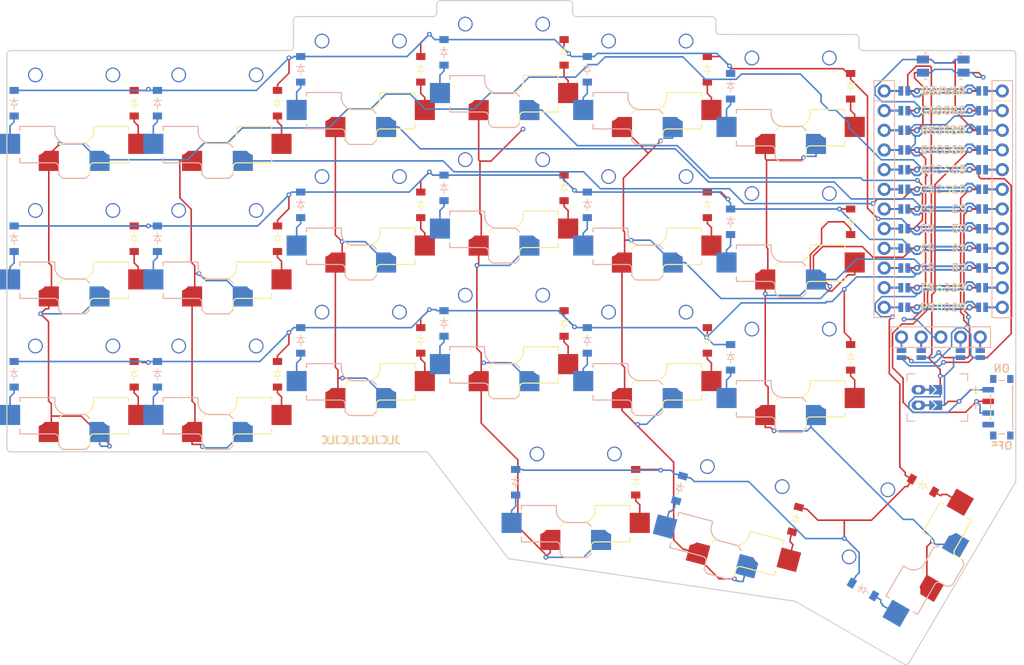
<source format=kicad_pcb>
(kicad_pcb (version 20240108) (generator "pcbnew") (generator_version "8.0")
  (title_block (title "corney_island_wireless") (date "2025-07-09") (rev "0.2") (company "ceoloide"))
  (layers (0 "F.Cu" signal) (31 "B.Cu" signal) (34 "B.Paste" user) (35 "F.Paste" user) (36 "B.SilkS" user "B.Silkscreen") (37 "F.SilkS" user "F.Silkscreen") (38 "B.Mask" user) (39 "F.Mask" user) (44 "Edge.Cuts" user))
  (net 0 "")
  (net 1 "C0")
  (net 2 "outer_bottom_B")
  (net 3 "GND")
  (net 4 "outer_home_B")
  (net 5 "outer_top_B")
  (net 6 "C1")
  (net 7 "pinky_bottom_B")
  (net 8 "pinky_home_B")
  (net 9 "pinky_top_B")
  (net 10 "C2")
  (net 11 "ring_bottom_B")
  (net 12 "ring_home_B")
  (net 13 "ring_top_B")
  (net 14 "C3")
  (net 15 "middle_bottom_B")
  (net 16 "middle_home_B")
  (net 17 "middle_top_B")
  (net 18 "C4")
  (net 19 "index_bottom_B")
  (net 20 "index_home_B")
  (net 21 "index_top_B")
  (net 22 "C5")
  (net 23 "inner_bottom_B")
  (net 24 "inner_home_B")
  (net 25 "inner_top_B")
  (net 26 "near_home_B")
  (net 27 "mid_home_B")
  (net 28 "far_home_B")
  (net 29 "R2")
  (net 30 "R1")
  (net 31 "R0")
  (net 32 "R3")
  (net 33 "outer_bottom_F")
  (net 34 "outer_home_F")
  (net 35 "outer_top_F")
  (net 36 "pinky_bottom_F")
  (net 37 "pinky_home_F")
  (net 38 "pinky_top_F")
  (net 39 "ring_bottom_F")
  (net 40 "ring_home_F")
  (net 41 "ring_top_F")
  (net 42 "middle_bottom_F")
  (net 43 "middle_home_F")
  (net 44 "middle_top_F")
  (net 45 "index_bottom_F")
  (net 46 "index_home_F")
  (net 47 "index_top_F")
  (net 48 "inner_bottom_F")
  (net 49 "inner_home_F")
  (net 50 "inner_top_F")
  (net 51 "near_home_F")
  (net 52 "mid_home_F")
  (net 53 "far_home_F")
  (net 54 "RAW")
  (net 55 "RST")
  (net 56 "VCC")
  (net 57 "P16")
  (net 58 "P10")
  (net 59 "LED")
  (net 60 "DAT")
  (net 61 "SDA")
  (net 62 "SCL")
  (net 63 "CS")
  (net 64 "P9")
  (net 65 "MCU1_24")
  (net 66 "MCU1_1")
  (net 67 "MCU1_23")
  (net 68 "MCU1_2")
  (net 69 "MCU1_22")
  (net 70 "MCU1_3")
  (net 71 "MCU1_21")
  (net 72 "MCU1_4")
  (net 73 "MCU1_20")
  (net 74 "MCU1_5")
  (net 75 "MCU1_19")
  (net 76 "MCU1_6")
  (net 77 "MCU1_18")
  (net 78 "MCU1_7")
  (net 79 "MCU1_17")
  (net 80 "MCU1_8")
  (net 81 "MCU1_16")
  (net 82 "MCU1_9")
  (net 83 "MCU1_15")
  (net 84 "MCU1_10")
  (net 85 "MCU1_14")
  (net 86 "MCU1_11")
  (net 87 "MCU1_13")
  (net 88 "MCU1_12")
  (net 89 "DISP1_1")
  (net 90 "DISP1_2")
  (net 91 "DISP1_4")
  (net 92 "DISP1_5")
  (net 93 "BAT_P")
  (net 94 "JST1_1")
  (net 95 "JST1_2")
  (footprint "ceoloide:mounting_hole_npth" (layer "F.Cu") (at 204.927 100.4385)
    (property "Reference" "MH1" (hide yes))
    (property "Value" "")
  )
  (footprint "ceoloide:diode_tht_sod123" (layer "F.Cu") (at 200.25 96.3125 -90)
    (property "Reference" "D37" (hide yes))
    (property "Value" "")
  )
  (footprint "ceoloide:diode_tht_sod123" (layer "F.Cu") (at 181.75 94.125 -90)
    (property "Reference" "D34" (hide yes))
    (property "Value" "")
  )
  (footprint "ceoloide:diode_tht_sod123" (layer "F.Cu") (at 172.5 112.4375 -90)
    (property "Reference" "D40" (hide yes))
    (property "Value" "")
  )
  (footprint "ceoloide:display_nice_view" (layer "F.Cu") (at 211.897 77)
    (property "Reference" "DISP1" (hide yes))
    (property "Value" "")
  )
  (footprint "ceoloide:switch_choc_v1_v2" (layer "F.Cu") (at 137 60.625 180)
    (property "Reference" "S30" (hide yes))
    (property "Value" "")
  )
  (footprint "ceoloide:diode_tht_sod123" (layer "F.Cu") (at 163.25 74.4375 -90)
    (property "Reference" "D32" (hide yes))
    (property "Value" "")
  )
  (footprint "ceoloide:switch_choc_v1_v2" (layer "F.Cu") (at 174 95.625 180)
    (property "Reference" "S34" (hide yes))
    (property "Value" "")
  )
  (footprint "ceoloide:switch_choc_v1_v2" (layer "F.Cu") (at 137 95.625 180)
    (property "Reference" "S28" (hide yes))
    (property "Value" "")
  )
  (footprint "ceoloide:diode_tht_sod123" (layer "F.Cu") (at 107.75 98.5 -90)
    (property "Reference" "D22" (hide yes))
    (property "Value" "")
  )
  (footprint "ceoloide:switch_choc_v1_v2" (layer "F.Cu") (at 192.5 62.8125 180)
    (property "Reference" "S39" (hide yes))
    (property "Value" "")
  )
  (footprint "ceoloide:switch_choc_v1_v2" (layer "F.Cu") (at 118.5 100 180)
    (property "Reference" "S25" (hide yes))
    (property "Value" "")
  )
  (footprint "ceoloide:diode_tht_sod123" (layer "F.Cu") (at 163.25 56.9375 -90)
    (property "Reference" "D33" (hide yes))
    (property "Value" "")
  )
  (footprint "ceoloide:power_switch_smd_side" (layer "F.Cu") (at 219.75 102.75)
    (property "Reference" "PWR1" (hide yes))
    (property "Value" "")
  )
  (footprint "ceoloide:diode_tht_sod123" (layer "F.Cu") (at 107.75 63.5 -90)
    (property "Reference" "D24" (hide yes))
    (property "Value" "")
  )
  (footprint "ceoloide:diode_tht_sod123" (layer "F.Cu") (at 200.25 61.3125 -90)
    (property "Reference" "D39" (hide yes))
    (property "Value" "")
  )
  (footprint "ceoloide:diode_tht_sod123" (layer "F.Cu") (at 209.5898 112.8606 -30)
    (property "Reference" "D42" (hide yes))
    (property "Value" "")
  )
  (footprint "ceoloide:switch_choc_v1_v2" (layer "F.Cu") (at 155.5 58.4375 180)
    (property "Reference" "S33" (hide yes))
    (property "Value" "")
  )
  (footprint "ceoloide:switch_choc_v1_v2" (layer "F.Cu") (at 185.25 116.6875 165)
    (property "Reference" "S41" (hide yes))
    (property "Value" "")
  )
  (footprint "ceoloide:mounting_hole_npth" (layer "F.Cu") (at 218.969 108.8825)
    (property "Reference" "MH2" (hide yes))
    (property "Value" "")
  )
  (footprint "ceoloide:diode_tht_sod123" (layer "F.Cu") (at 181.75 76.625 -90)
    (property "Reference" "D35" (hide yes))
    (property "Value" "")
  )
  (footprint "ceoloide:diode_tht_sod123" (layer "F.Cu") (at 107.75 81 -90)
    (property "Reference" "D23" (hide yes))
    (property "Value" "")
  )
  (footprint "ceoloide:switch_choc_v1_v2" (layer "F.Cu") (at 137 78.125 180)
    (property "Reference" "S29" (hide yes))
    (property "Value" "")
  )
  (footprint "ceoloide:mcu_nice_nano" (layer "F.Cu") (at 212.204 74.62)
    (property "Reference" "MCU1" (hide yes))
    (property "Value" "")
  )
  (footprint "ceoloide:switch_choc_v1_v2" (layer "F.Cu") (at 192.5 80.3125 180)
    (property "Reference" "S38" (hide yes))
    (property "Value" "")
  )
  (footprint "ceoloide:switch_choc_v1_v2" (layer "F.Cu") (at 174 60.625 180)
    (property "Reference" "S36" (hide yes))
    (property "Value" "")
  )
  (footprint "ceoloide:diode_tht_sod123" (layer "F.Cu") (at 144.75 76.625 -90)
    (property "Reference" "D29" (hide yes))
    (property "Value" "")
  )
  (footprint "ceoloide:mounting_hole_npth" (layer "F.Cu") (at 151.157 107.365)
    (property "Reference" "MH6" (hide yes))
    (property "Value" "")
  )
  (footprint "ceoloide:switch_choc_v1_v2" (layer "F.Cu") (at 192.5 97.8125 180)
    (property "Reference" "S37" (hide yes))
    (property "Value" "")
  )
  (footprint "ceoloide:diode_tht_sod123" (layer "F.Cu") (at 163.25 91.9375 -90)
    (property "Reference" "D31" (hide yes))
    (property "Value" "")
  )
  (footprint "ceoloide:diode_tht_sod123" (layer "F.Cu") (at 144.75 59.125 -90)
    (property "Reference" "D30" (hide yes))
    (property "Value" "")
  )
  (footprint "ceoloide:diode_tht_sod123" (layer "F.Cu") (at 144.75 94.125 -90)
    (property "Reference" "D28" (hide yes))
    (property "Value" "")
  )
  (footprint "ceoloide:switch_choc_v1_v2" (layer "F.Cu") (at 100 82.5 180)
    (property "Reference" "S23" (hide yes))
    (property "Value" "")
  )
  (footprint "ceoloide:switch_choc_v1_v2" (layer "F.Cu") (at 164.75 113.9375 180)
    (property "Reference" "S40" (hide yes))
    (property "Value" "")
  )
  (footprint "ceoloide:diode_tht_sod123" (layer "F.Cu") (at 200.25 78.8125 -90)
    (property "Reference" "D38" (hide yes))
    (property "Value" "")
  )
  (footprint "ceoloide:diode_tht_sod123" (layer "F.Cu") (at 126.25 81 -90)
    (property "Reference" "D26" (hide yes))
    (property "Value" "")
  )
  (footprint "ceoloide:switch_choc_v1_v2" (layer "F.Cu") (at 174 78.125 180)
    (property "Reference" "S35" (hide yes))
    (property "Value" "")
  )
  (footprint "ceoloide:switch_choc_v1_v2" (layer "F.Cu") (at 118.5 65 180)
    (property "Reference" "S27" (hide yes))
    (property "Value" "")
  )
  (footprint "ceoloide:diode_tht_sod123" (layer "F.Cu") (at 126.25 63.5 -90)
    (property "Reference" "D27" (hide yes))
    (property "Value" "")
  )
  (footprint "ceoloide:reset_switch_smd_side" (layer "F.Cu") (at 212.204 58.7125)
    (property "Reference" "RST1" (hide yes))
    (property "Value" "")
  )
  (footprint "ceoloide:mounting_hole_npth" (layer "F.Cu") (at 197.1576 114.6317 60)
    (property "Reference" "MH7" (hide yes))
    (property "Value" "")
  )
  (footprint "ceoloide:diode_tht_sod123" (layer "F.Cu") (at 193.1242 117.2445 -105)
    (property "Reference" "D41" (hide yes))
    (property "Value" "")
  )
  (footprint "ceoloide:switch_choc_v1_v2" (layer "F.Cu") (at 207.0138 120.3222 -120)
    (property "Reference" "S42" (hide yes))
    (property "Value" "")
  )
  (footprint "ceoloide:battery_connector_jst_ph_2" (layer "F.Cu") (at 209 101.5 90)
    (property "Reference" "JST1" (hide yes))
    (property "Value" "")
  )
  (footprint "ceoloide:switch_choc_v1_v2" (layer "F.Cu") (at 100 100 180)
    (property "Reference" "S22" (hide yes))
    (property "Value" "")
  )
  (footprint "ceoloide:switch_choc_v1_v2" (layer "F.Cu") (at 100 65 180)
    (property "Reference" "S24" (hide yes))
    (property "Value" "")
  )
  (footprint "ceoloide:switch_choc_v1_v2" (layer "F.Cu") (at 155.5 75.9375 180)
    (property "Reference" "S32" (hide yes))
    (property "Value" "")
  )
  (footprint "ceoloide:mounting_hole_npth" (layer "F.Cu") (at 109.25 73.75)
    (property "Reference" "MH3" (hide yes))
    (property "Value" "")
  )
  (footprint "ceoloide:mounting_hole_npth" (layer "F.Cu") (at 183.218 70.4235)
    (property "Reference" "MH5" (hide yes))
    (property "Value" "")
  )
  (footprint "ceoloide:mounting_hole_npth" (layer "F.Cu") (at 109.25 91.25)
    (property "Reference" "MH4" (hide yes))
    (property "Value" "")
  )
  (footprint "ceoloide:diode_tht_sod123" (layer "F.Cu") (at 181.75 59.125 -90)
    (property "Reference" "D36" (hide yes))
    (property "Value" "")
  )
  (footprint "ceoloide:diode_tht_sod123" (layer "F.Cu") (at 126.25 98.5 -90)
    (property "Reference" "D25" (hide yes))
    (property "Value" "")
  )
  (footprint "ceoloide:switch_choc_v1_v2" (layer "F.Cu") (at 155.5 93.4375 180)
    (property "Reference" "S31" (hide yes))
    (property "Value" "")
  )
  (footprint "ceoloide:switch_choc_v1_v2" (layer "F.Cu") (at 118.5 82.5 180)
    (property "Reference" "S26" (hide yes))
    (property "Value" "")
  )
  (footprint "ceoloide:switch_choc_v1_v2" (layer "B.Cu") (at 155.5 75.9375 180)
    (property "Reference" "S11" (hide yes))
    (property "Value" "")
  )
  (footprint "ceoloide:switch_choc_v1_v2" (layer "B.Cu") (at 185.25 116.6875 165)
    (property "Reference" "S20" (hide yes))
    (property "Value" "")
  )
  (footprint "ceoloide:diode_tht_sod123" (layer "B.Cu") (at 166.25 59.125 -90)
    (property "Reference" "D15" (hide yes))
    (property "Value" "")
  )
  (footprint "ceoloide:switch_choc_v1_v2" (layer "B.Cu") (at 118.5 82.5 180)
    (property "Reference" "S5" (hide yes))
    (property "Value" "")
  )
  (footprint "ceoloide:switch_choc_v1_v2" (layer "B.Cu") (at 174 78.125 180)
    (property "Reference" "S14" (hide yes))
    (property "Value" "")
  )
  (footprint "ceoloide:diode_tht_sod123" (layer "B.Cu") (at 184.75 78.8125 -90)
    (property "Reference" "D17" (hide yes))
    (property "Value" "")
  )
  (footprint "ceoloide:diode_tht_sod123" (layer "B.Cu") (at 129.25 76.625 -90)
    (property "Reference" "D8" (hide yes))
    (property "Value" "")
  )
  (footprint "ceoloide:diode_tht_sod123" (layer "B.Cu") (at 201.8398 126.2839 -30)
    (property "Reference" "D21" (hide yes))
    (property "Value" "")
  )
  (footprint "ceoloide:diode_tht_sod123" (layer "B.Cu") (at 178.1523 113.2328 -105)
    (property "Reference" "D20" (hide yes))
    (property "Value" "")
  )
  (footprint "ceoloide:switch_choc_v1_v2" (layer "B.Cu") (at 155.5 58.4375 180)
    (property "Reference" "S12" (hide yes))
    (property "Value" "")
  )
  (footprint "ceoloide:diode_tht_sod123" (layer "B.Cu") (at 147.75 74.4375 -90)
    (property "Reference" "D11" (hide yes))
    (property "Value" "")
  )
  (footprint "ceoloide:diode_tht_sod123" (layer "B.Cu") (at 166.25 76.625 -90)
    (property "Reference" "D14" (hide yes))
    (property "Value" "")
  )
  (footprint "ceoloide:switch_choc_v1_v2" (layer "B.Cu") (at 174 60.625 180)
    (property "Reference" "S15" (hide yes))
    (property "Value" "")
  )
  (footprint "ceoloide:diode_tht_sod123" (layer "B.Cu") (at 110.75 98.5 -90)
    (property "Reference" "D4" (hide yes))
    (property "Value" "")
  )
  (footprint "ceoloide:diode_tht_sod123" (layer "B.Cu") (at 157 112.4375 -90)
    (property "Reference" "D19" (hide yes))
    (property "Value" "")
  )
  (footprint "ceoloide:diode_tht_sod123" (layer "B.Cu") (at 110.75 63.5 -90)
    (property "Reference" "D6" (hide yes))
    (property "Value" "")
  )
  (footprint "ceoloide:switch_choc_v1_v2" (layer "B.Cu") (at 137 60.625 180)
    (property "Reference" "S9" (hide yes))
    (property "Value" "")
  )
  (footprint "ceoloide:switch_choc_v1_v2" (layer "B.Cu") (at 118.5 65 180)
    (property "Reference" "S6" (hide yes))
    (property "Value" "")
  )
  (footprint "ceoloide:diode_tht_sod123" (layer "B.Cu") (at 92.25 63.5 -90)
    (property "Reference" "D3" (hide yes))
    (property "Value" "")
  )
  (footprint "ceoloide:switch_choc_v1_v2" (layer "B.Cu") (at 118.5 100 180)
    (property "Reference" "S4" (hide yes))
    (property "Value" "")
  )
  (footprint "ceoloide:switch_choc_v1_v2" (layer "B.Cu") (at 174 95.625 180)
    (property "Reference" "S13" (hide yes))
    (property "Value" "")
  )
  (footprint "ceoloide:diode_tht_sod123" (layer "B.Cu") (at 147.75 91.9375 -90)
    (property "Reference" "D10" (hide yes))
    (property "Value" "")
  )
  (footprint "ceoloide:diode_tht_sod123" (layer "B.Cu") (at 129.25 59.125 -90)
    (property "Reference" "D9" (hide yes))
    (property "Value" "")
  )
  (footprint "ceoloide:switch_choc_v1_v2" (layer "B.Cu") (at 100 82.5 180)
    (property "Reference" "S2" (hide yes))
    (property "Value" "")
  )
  (footprint "ceoloide:switch_choc_v1_v2" (layer "B.Cu") (at 137 78.125 180)
    (property "Reference" "S8" (hide yes))
    (property "Value" "")
  )
  (footprint "ceoloide:switch_choc_v1_v2" (layer "B.Cu") (at 207.0138 120.3222 -120)
    (property "Reference" "S21" (hide yes))
    (property "Value" "")
  )
  (footprint "ceoloide:switch_choc_v1_v2" (layer "B.Cu") (at 100 100 180)
    (property "Reference" "S1" (hide yes))
    (property "Value" "")
  )
  (footprint "ceoloide:diode_tht_sod123" (layer "B.Cu") (at 92.25 98.5 -90)
    (property "Reference" "D1" (hide yes))
    (property "Value" "")
  )
  (footprint "ceoloide:switch_choc_v1_v2" (layer "B.Cu") (at 155.5 93.4375 180)
    (property "Reference" "S10" (hide yes))
    (property "Value" "")
  )
  (footprint "ceoloide:diode_tht_sod123" (layer "B.Cu") (at 147.75 56.9375 -90)
    (property "Reference" "D12" (hide yes))
    (property "Value" "")
  )
  (footprint "ceoloide:diode_tht_sod123" (layer "B.Cu") (at 166.25 94.125 -90)
    (property "Reference" "D13" (hide yes))
    (property "Value" "")
  )
  (footprint "ceoloide:diode_tht_sod123" (layer "B.Cu") (at 184.75 96.3125 -90)
    (property "Reference" "D16" (hide yes))
    (property "Value" "")
  )
  (footprint "ceoloide:diode_tht_sod123" (layer "B.Cu") (at 184.75 61.3125 -90)
    (property "Reference" "D18" (hide yes))
    (property "Value" "")
  )
  (footprint "ceoloide:switch_choc_v1_v2" (layer "B.Cu") (at 100 65 180)
    (property "Reference" "S3" (hide yes))
    (property "Value" "")
  )
  (footprint "ceoloide:diode_tht_sod123" (layer "B.Cu") (at 92.25 81 -90)
    (property "Reference" "D2" (hide yes))
    (property "Value" "")
  )
  (footprint "ceoloide:switch_choc_v1_v2" (layer "B.Cu") (at 137 95.625 180)
    (property "Reference" "S7" (hide yes))
    (property "Value" "")
  )
  (footprint "ceoloide:diode_tht_sod123" (layer "B.Cu") (at 129.25 94.125 -90)
    (property "Reference" "D7" (hide yes))
    (property "Value" "")
  )
  (footprint "ceoloide:switch_choc_v1_v2" (layer "B.Cu") (at 192.5 97.8125 180)
    (property "Reference" "S16" (hide yes))
    (property "Value" "")
  )
  (footprint "ceoloide:switch_choc_v1_v2" (layer "B.Cu") (at 192.5 62.8125 180)
    (property "Reference" "S18" (hide yes))
    (property "Value" "")
  )
  (footprint "ceoloide:switch_choc_v1_v2" (layer "B.Cu") (at 192.5 80.3125 180)
    (property "Reference" "S17" (hide yes))
    (property "Value" "")
  )
  (footprint "ceoloide:switch_choc_v1_v2" (layer "B.Cu") (at 164.75 113.9375 180)
    (property "Reference" "S19" (hide yes))
    (property "Value" "")
  )
  (footprint "ceoloide:diode_tht_sod123" (layer "B.Cu") (at 110.75 81 -90)
    (property "Reference" "D5" (hide yes))
    (property "Value" "")
  )
  (gr_arc (start 164.843 52.3275) (mid 164.489447 52.181053) (end 164.343 51.8275) (stroke (width 0.15)) (layer "Edge.Cuts"))
  (gr_line (start 221.568 57.2025) (end 221.568 112.229525) (stroke (width 0.15)) (layer "Edge.Cuts"))
  (gr_line (start 145.358774 108.505034) (end 91.81705 108.512431) (stroke (width 0.15)) (layer "Edge.Cuts"))
  (gr_line (start 221.253 112.909096) (end 207.799933 135.723804) (stroke (width 0.15)) (layer "Edge.Cuts"))
  (gr_arc (start 201.82406 56.7025) (mid 201.468409 56.553903) (end 201.324097 56.196476) (stroke (width 0.15)) (layer "Edge.Cuts"))
  (gr_line (start 182.843 52.8275) (end 182.843 54.123122) (stroke (width 0.15)) (layer "Edge.Cuts"))
  (gr_arc (start 91.81705 108.512431) (mid 91.46346 108.366011) (end 91.316981 108.01245) (stroke (width 0.15)) (layer "Edge.Cuts"))
  (gr_line (start 91.316981 108.01245) (end 91.315019 57.202506) (stroke (width 0.15)) (layer "Edge.Cuts"))
  (gr_arc (start 128.315 56.201514) (mid 128.168553 56.555054) (end 127.815013 56.701514) (stroke (width 0.15)) (layer "Edge.Cuts"))
  (gr_arc (start 146.815 51.8275) (mid 146.668553 52.181053) (end 146.315 52.3275) (stroke (width 0.15)) (layer "Edge.Cuts"))
  (gr_line (start 183.342878 54.623122) (end 200.837063 54.627377) (stroke (width 0.15)) (layer "Edge.Cuts"))
  (gr_arc (start 200.837063 54.627377) (mid 201.192642 54.776016) (end 201.336905 55.133401) (stroke (width 0.15)) (layer "Edge.Cuts"))
  (gr_line (start 147.315 50.2525) (end 163.843 50.2525) (stroke (width 0.15)) (layer "Edge.Cuts"))
  (gr_line (start 91.815006 56.702486) (end 127.815014 56.701514) (stroke (width 0.15)) (layer "Edge.Cuts"))
  (gr_arc (start 183.342878 54.623122) (mid 182.989396 54.476634) (end 182.843 54.123122) (stroke (width 0.15)) (layer "Edge.Cuts"))
  (gr_line (start 128.315 56.201514) (end 128.315 52.8275) (stroke (width 0.15)) (layer "Edge.Cuts"))
  (gr_line (start 155.92179 122.137157) (end 145.757574 108.703349) (stroke (width 0.15)) (layer "Edge.Cuts"))
  (gr_arc (start 221.568 112.229525) (mid 221.550957 112.358932) (end 221.501013 112.479525) (stroke (width 0.15)) (layer "Edge.Cuts"))
  (gr_line (start 207.119235 135.902849) (end 193.184927 127.857872) (stroke (width 0.15)) (layer "Edge.Cuts"))
  (gr_line (start 164.343 50.7525) (end 164.343 51.8275) (stroke (width 0.15)) (layer "Edge.Cuts"))
  (gr_arc (start 91.315019 57.202506) (mid 91.46146 56.84896) (end 91.815006 56.702486) (stroke (width 0.15)) (layer "Edge.Cuts"))
  (gr_line (start 201.336905 55.133401) (end 201.324097 56.196476) (stroke (width 0.15)) (layer "Edge.Cuts"))
  (gr_arc (start 128.315 52.8275) (mid 128.461447 52.473947) (end 128.815 52.3275) (stroke (width 0.15)) (layer "Edge.Cuts"))
  (gr_line (start 146.815 51.8275) (end 146.815 50.7525) (stroke (width 0.15)) (layer "Edge.Cuts"))
  (gr_arc (start 146.815 50.7525) (mid 146.961447 50.398947) (end 147.315 50.2525) (stroke (width 0.15)) (layer "Edge.Cuts"))
  (gr_arc (start 207.799933 135.723804) (mid 207.496419 135.953395) (end 207.119235 135.902849) (stroke (width 0.15)) (layer "Edge.Cuts"))
  (gr_arc (start 221.068 56.7025) (mid 221.421553 56.848947) (end 221.568 57.2025) (stroke (width 0.15)) (layer "Edge.Cuts"))
  (gr_line (start 201.82406 56.7025) (end 221.068 56.7025) (stroke (width 0.15)) (layer "Edge.Cuts"))
  (gr_line (start 221.501013 112.479525) (end 221.253 112.909096) (stroke (width 0.15)) (layer "Edge.Cuts"))
  (gr_arc (start 182.343 52.3275) (mid 182.696553 52.473947) (end 182.843 52.8275) (stroke (width 0.15)) (layer "Edge.Cuts"))
  (gr_arc (start 156.246981 122.330034) (mid 156.06545 122.265521) (end 155.92179 122.137157) (stroke (width 0.15)) (layer "Edge.Cuts"))
  (gr_line (start 128.815 52.3275) (end 146.315 52.3275) (stroke (width 0.15)) (layer "Edge.Cuts"))
  (gr_arc (start 193.008466 127.796322) (mid 193.099596 127.818783) (end 193.184927 127.857872) (stroke (width 0.15)) (layer "Edge.Cuts"))
  (gr_arc (start 163.843 50.2525) (mid 164.196553 50.398947) (end 164.343 50.7525) (stroke (width 0.15)) (layer "Edge.Cuts"))
  (gr_line (start 164.843 52.3275) (end 182.343 52.3275) (stroke (width 0.15)) (layer "Edge.Cuts"))
  (gr_arc (start 145.358774 108.505034) (mid 145.58146 108.557352) (end 145.757574 108.703349) (stroke (width 0.15)) (layer "Edge.Cuts"))
  (gr_line (start 193.008466 127.796322) (end 156.246981 122.330034) (stroke (width 0.15)) (layer "Edge.Cuts"))
  (gr_text "JLCJLCJLCJLC" (at 137 107 0) (layer "B.SilkS") (effects (font (size 1 1)) (justify mirror)))
  (gr_text "JLCJLCJLCJLC" (at 137 107 0) (layer "F.SilkS") (effects (font (size 1 1))))
  (segment (start 96.725 70.95) (end 96.725 84.1424) (width 0.2) (layer "F.Cu") (net 1))
  (segment (start 96.725 84.1424) (end 97.0698 84.4872) (width 0.2) (layer "F.Cu") (net 1))
  (segment (start 98.1538 68.7317) (end 96.725 70.1605) (width 0.2) (layer "F.Cu") (net 1))
  (segment (start 207.624 72.08) (end 208.804 72.08) (width 0.25) (layer "F.Cu") (net 1))
  (segment (start 96.725 88.45) (end 96.725 90.0517) (width 0.2) (layer "F.Cu") (net 1))
  (segment (start 100.9108 103.8983) (end 104.5571 107.5446) (width 0.2) (layer "F.Cu") (net 1))
  (segment (start 97.0698 88.1052) (end 96.725 88.45) (width 0.2) (layer "F.Cu") (net 1))
  (segment (start 97.0531 103.8983) (end 97.0531 102.2997) (width 0.2) (layer "F.Cu") (net 1))
  (segment (start 97.0531 103.8983) (end 100.9108 103.8983) (width 0.2) (layer "F.Cu") (net 1))
  (segment (start 97.0531 102.2997) (end 96.6938 101.9404) (width 0.2) (layer "F.Cu") (net 1))
  (segment (start 96.6938 101.9404) (end 96.6938 91.7201) (width 0.2) (layer "F.Cu") (net 1))
  (segment (start 96.2994 90.0517) (end 96.725 90.0517) (width 0.2) (layer "F.Cu") (net 1))
  (segment (start 96.725 105.95) (end 97.0531 105.6219) (width 0.2) (layer "F.Cu") (net 1))
  (segment (start 97.0531 105.6219) (end 97.0531 103.8983) (width 0.2) (layer "F.Cu") (net 1))
  (segment (start 96.725 70.1605) (end 96.725 70.95) (width 0.2) (layer "F.Cu") (net 1))
  (segment (start 96.6938 91.7201) (end 95.6624 90.6887) (width 0.2) (layer "F.Cu") (net 1))
  (segment (start 95.6624 90.6887) (end 96.2994 90.0517) (width 0.2) (layer "F.Cu") (net 1))
  (segment (start 97.0698 84.4872) (end 97.0698 88.1052) (width 0.2) (layer "F.Cu") (net 1))
  (segment (start 104.5571 107.5446) (end 104.5571 107.7925) (width 0.2) (layer "F.Cu") (net 1))
  (via (at 98.1538 68.7317) (size 0.6) (drill 0.3) (layers "F.Cu" "B.Cu") (net 1))
  (via (at 104.5571 107.7925) (size 0.6) (drill 0.3) (layers "F.Cu" "B.Cu") (net 1))
  (via (at 95.6624 90.6887) (size 0.6) (drill 0.3) (layers "F.Cu" "B.Cu") (net 1))
  (segment (start 121.7195 66.6983) (end 132.8684 66.6983) (width 0.2) (layer "B.Cu") (net 1))
  (segment (start 101.0363 90.6887) (end 95.6624 90.6887) (width 0.2) (layer "B.Cu") (net 1))
  (segment (start 215.904 71.355) (end 215.304 71.355) (width 0.25) (layer "B.Cu") (net 1))
  (segment (start 103.1267 70.8017) (end 114.64 70.8017) (width 0.2) (layer "B.Cu") (net 1))
  (segment (start 200.0225 66.073) (end 200.0225 66.6267) (width 0.2) (layer "B.Cu") (net 1))
  (segment (start 156.6555 62.1998) (end 158.7195 60.1358) (width 0.2) (layer "B.Cu") (net 1))
  (segment (start 140.2195 62.3233) (end 143.3939 62.3233) (width 0.2) (layer "B.Cu") (net 1))
  (segment (start 196.4332 62.4034) (end 196.4332 63.379) (width 0.2) (layer "B.Cu") (net 1))
  (segment (start 151.6193 64.2599) (end 153.6794 62.1998) (width 0.2) (layer "B.Cu") (net 1))
  (segment (start 119.8012 68.6166) (end 121.7195 66.6983) (width 0.2) (layer "B.Cu") (net 1))
  (segment (start 193.7635 59.7337) (end 196.4332 62.4034) (width 0.2) (layer "B.Cu") (net 1))
  (segment (start 209.024 71.86) (end 208.804 72.08) (width 0.2) (layer "B.Cu") (net 1))
  (segment (start 143.3939 62.3233) (end 145.3305 64.2599) (width 0.2) (layer "B.Cu") (net 1))
  (segment (start 158.7195 60.1358) (end 164.7394 60.1358) (width 0.2) (layer "B.Cu") (net 1))
  (segment (start 101.0567 68.7317) (end 98.1538 68.7317) (width 0.2) (layer "B.Cu") (net 1))
  (segment (start 138.3012 64.2416) (end 140.2195 62.3233) (width 0.2) (layer "B.Cu") (net 1))
  (segment (start 103.275 70.95) (end 103.1 70.775) (width 0.2) (layer "B.Cu") (net 1))
  (segment (start 103.275 105.95) (end 103.275 107.5517) (width 0.2) (layer "B.Cu") (net 1))
  (segment (start 186.1555 59.7337) (end 193.7635 59.7337) (width 0.2) (layer "B.Cu") (net 1))
  (segment (start 166.3584 58.5168) (end 167.5639 58.5168) (width 0.2) (layer "B.Cu") (net 1))
  (segment (start 215.304 71.355) (end 214.799 71.86) (width 0.25) (layer "B.Cu") (net 1))
  (segment (start 103.1 70.775) (end 101.0567 68.7317) (width 0.2) (layer "B.Cu") (net 1))
  (segment (start 214.799 71.86) (end 209.3758 71.86) (width 0.25) (layer "B.Cu") (net 1))
  (segment (start 103.275 88.45) (end 101.0363 90.6887) (width 0.2) (layer "B.Cu") (net 1))
  (segment (start 135.3251 64.2416) (end 138.3012 64.2416) (width 0.2) (layer "B.Cu") (net 1))
  (segment (start 208.3258 70.81) (end 209.3758 71.86) (width 0.2) (layer "B.Cu") (net 1))
  (segment (start 196.4332 63.379) (end 197.4667 64.4125) (width 0.2) (layer "B.Cu") (net 1))
  (segment (start 200.0225 66.6267) (end 204.2058 70.81) (width 0.2) (layer "B.Cu") (net 1))
  (segment (start 153.6794 62.1998) (end 156.6555 62.1998) (width 0.2) (layer "B.Cu") (net 1))
  (segment (start 181.4853 60.4148) (end 185.4744 60.4148) (width 0.2) (layer "B.Cu") (net 1))
  (segment (start 145.3305 64.2599) (end 151.6193 64.2599) (width 0.2) (layer "B.Cu") (net 1))
  (segment (start 216.979 72.08) (end 216.784 72.08) (width 0.25) (layer "B.Cu") (net 1))
  (segment (start 103.5158 107.7925) (end 103.275 107.5517) (width 0.2) (layer "B.Cu") (net 1))
  (segment (start 209.3758 71.86) (end 209.024 71.86) (width 0.25) (layer "B.Cu") (net 1))
  (segment (start 197.4667 64.4125) (end 198.362 64.4125) (width 0.2) (layer "B.Cu") (net 1))
  (segment (start 178.5955 57.525) (end 181.4853 60.4148) (width 0.2) (layer "B.Cu") (net 1))
  (segment (start 132.8684 66.6983) (end 135.3251 64.2416) (width 0.2) (layer "B.Cu") (net 1))
  (segment (start 164.7394 60.1358) (end 166.3584 58.5168) (width 0.2) (layer "B.Cu") (net 1))
  (segment (start 167.5639 58.5168) (end 168.5557 57.525) (width 0.2) (layer "B.Cu") (net 1))
  (segment (start 104.5571 107.7925) (end 103.5158 107.7925) (width 0.2) (layer "B.Cu") (net 1))
  (segment (start 116.8251 68.6166) (end 119.8012 68.6166) (width 0.2) (layer "B.Cu") (net 1))
  (segment (start 198.362 64.4125) (end 200.0225 66.073) (width 0.2) (layer "B.Cu") (net 1))
  (segment (start 216.629 72.08) (end 215.904 71.355) (width 0.25) (layer "B.Cu") (net 1))
  (segment (start 204.2058 70.81) (end 208.3258 70.81) (width 0.2) (layer "B.Cu") (net 1))
  (segment (start 216.784 72.08) (end 216.629 72.08) (width 0.25) (layer "B.Cu") (net 1))
  (segment (start 185.4744 60.4148) (end 186.1555 59.7337) (width 0.2) (layer "B.Cu") (net 1))
  (segment (start 114.64 70.8017) (end 116.8251 68.6166) (width 0.2) (layer "B.Cu") (net 1))
  (segment (start 103.1 70.775) (end 103.1267 70.8017) (width 0.2) (layer "B.Cu") (net 1))
  (segment (start 168.5557 57.525) (end 178.5955 57.525) (width 0.2) (layer "B.Cu") (net 1))
  (segment (start 91.725 101.4267) (end 91.725 103.75) (width 0.2) (layer "B.Cu") (net 2))
  (segment (start 92.25 100.15) (end 92.25 100.9017) (width 0.2) (layer "B.Cu") (net 2))
  (segment (start 92.25 100.9017) (end 91.725 101.4267) (width 0.2) (layer "B.Cu") (net 2))
  (segment (start 214.829 57.8625) (end 213.7523 57.8625) (width 0.2) (layer "F.Cu") (net 3))
  (segment (start 207.624 64.46) (end 208.804 64.46) (width 0.25) (layer "F.Cu") (net 3))
  (segment (start 211.8139 97.9052) (end 210.2587 96.35) (width 0.2) (layer "F.Cu") (net 3))
  (segment (start 211.1321 87.8286) (end 210.7304 88.2303) (width 0.2) (layer "F.Cu") (net 3))
  (segment (start 216.784 67) (end 216.194 67) (width 0.25) (layer "F.Cu") (net 3))
  (segment (start 216.194 67) (end 213.7523 64.5583) (width 0.2) (layer "F.Cu") (net 3))
  (segment (start 216.784 69.54) (end 215.604 69.54) (width 0.25) (layer "F.Cu") (net 3))
  (segment (start 209.579 57.8625) (end 210.6557 57.8625) (width 0.2) (layer "F.Cu") (net 3))
  (segment (start 211.816 98.7285) (end 211.8139 98.7264) (width 0.2) (layer "F.Cu") (net 3))
  (segment (start 211.816 100.5) (end 211.816 99.5983) (width 0.2) (layer "F.Cu") (net 3))
  (segment (start 211.8139 98.7264) (end 211.8139 97.9052) (width 0.2) (layer "F.Cu") (net 3))
  (segment (start 210.6557 57.8625) (end 211.0875 58.2943) (width 0.2) (layer "F.Cu") (net 3))
  (segment (start 213.7523 64.5583) (end 213.7523 58.2943) (width 0.2) (layer "F.Cu") (net 3))
  (segment (start 210.7304 88.2303) (end 210.7304 95.8783) (width 0.2) (layer "F.Cu") (net 3))
  (segment (start 215.604 69.54) (end 211.1321 74.0119) (width 0.2) (layer "F.Cu") (net 3))
  (segment (start 211.816 99.5983) (end 211.816 98.7285) (width 0.2) (layer "F.Cu") (net 3))
  (segment (start 211.1321 74.0119) (end 211.1321 87.8286) (width 0.2) (layer "F.Cu") (net 3))
  (segment (start 213.7523 58.2943) (end 213.7523 57.8625) (width 0.2) (layer "F.Cu") (net 3))
  (segment (start 216.194 67) (end 215.604 67) (width 0.25) (layer "F.Cu") (net 3))
  (segment (start 209.357 96.35) (end 210.2587 96.35) (width 0.2) (layer "F.Cu") (net 3))
  (segment (start 210.7304 95.8783) (end 210.2587 96.35) (width 0.2) (layer "F.Cu") (net 3))
  (segment (start 211.0875 58.2943) (end 213.7523 58.2943) (width 0.2) (layer "F.Cu") (net 3))
  (via (at 211.8139 98.7264) (size 0.6) (drill 0.3) (layers "F.Cu" "B.Cu") (net 3))
  (segment (start 209.104 67.725) (end 209.599 67.23) (width 0.25) (layer "B.Cu") (net 3))
  (segment (start 209.579 57.8625) (end 210.6557 57.8625) (width 0.2) (layer "B.Cu") (net 3))
  (segment (start 207.429 67) (end 207.624 67) (width 0.25) (layer "B.Cu") (net 3))
  (segment (start 209.024 64.24) (end 208.804 64.46) (width 0.2) (layer "B.Cu") (net 3))
  (segment (start 209.3758 64.24) (end 208.443 63.3072) (width 0.2) (layer "B.Cu") (net 3))
  (segment (start 216.7065 64.46) (end 216.629 64.46) (width 0.25) (layer "B.Cu") (net 3))
  (segment (start 214.799 64.24) (end 209.3758 64.24) (width 0.25) (layer "B.Cu") (net 3))
  (segment (start 208.5892 67.725) (end 209.104 67.725) (width 0.25) (layer "B.Cu") (net 3))
  (segment (start 208.5892 68.7298) (end 207.779 69.54) (width 0.2) (layer "B.Cu") (net 3))
  (segment (start 213.7523 57.8625) (end 213.3106 58.3042) (width 0.2) (layer "B.Cu") (net 3))
  (segment (start 211.0974 58.3042) (end 210.6557 57.8625) (width 0.2) (layer "B.Cu") (net 3))
  (segment (start 216.7065 64.46) (end 216.0048 65.1617) (width 0.2) (layer "B.Cu") (net 3))
  (segment (start 208.504 67.725) (end 208.5892 67.725) (width 0.25) (layer "B.Cu") (net 3))
  (segment (start 208.5892 67.725) (end 208.5892 68.7298) (width 0.2) (layer "B.Cu") (net 3))
  (segment (start 208.504 70.265) (end 209.104 70.265) (width 0.25) (layer "B.Cu") (net 3))
  (segment (start 207.779 67) (end 208.504 67.725) (width 0.25) (layer "B.Cu") (net 3))
  (segment (start 216.0048 65.1617) (end 213.6602 65.1617) (width 0.2) (layer "B.Cu") (net 3))
  (segment (start 215.904 63.735) (end 215.304 63.735) (width 0.25) (layer "B.Cu") (net 3))
  (segment (start 204.2953 63.3072) (end 203.3979 62.4098) (width 0.2) (layer "B.Cu") (net 3))
  (segment (start 203.3979 61.4402) (end 206.9756 57.8625) (width 0.2) (layer "B.Cu") (net 3))
  (segment (start 212.3677 98.7264) (end 213.5353 97.5588) (width 0.2) (layer "B.Cu") (net 3))
  (segment (start 214.437 96.35) (end 213.5353 96.35) (width 0.2) (layer "B.Cu") (net 3))
  (segment (start 209.599 67.23) (end 215.374 67.23) (width 0.25) (layer "B.Cu") (net 3))
  (segment (start 209.599 69.77) (end 215.374 69.77) (width 0.25) (layer "B.Cu") (net 3))
  (segment (start 212.3677 102.5) (end 212.3677 98.7264) (width 0.2) (layer "B.Cu") (net 3))
  (segment (start 208.443 63.3072) (end 204.2953 63.3072) (width 0.2) (layer "B.Cu") (net 3))
  (segment (start 213.3106 58.3042) (end 211.0974 58.3042) (width 0.2) (layer "B.Cu") (net 3))
  (segment (start 209.3758 64.24) (end 209.024 64.24) (width 0.25) (layer "B.Cu") (net 3))
  (segment (start 216.629 64.46) (end 215.904 63.735) (width 0.25) (layer "B.Cu") (net 3))
  (segment (start 207.624 67) (end 207.779 67) (width 0.25) (layer "B.Cu") (net 3))
  (segment (start 212.5421 66.2798) (end 208.4992 66.2798) (width 0.2) (layer "B.Cu") (net 3))
  (segment (start 215.304 63.735) (end 214.799 64.24) (width 0.25) (layer "B.Cu") (net 3))
  (segment (start 203.3979 62.4098) (end 203.3979 61.4402) (width 0.2) (layer "B.Cu") (net 3))
  (segment (start 215.604 69.54) (end 215.374 69.77) (width 0.2) (layer "B.Cu") (net 3))
  (segment (start 216.784 64.46) (end 216.7065 64.46) (width 0.25) (layer "B.Cu") (net 3))
  (segment (start 213.6602 65.1617) (end 212.5421 66.2798) (width 0.2) (layer "B.Cu") (net 3))
  (segment (start 208.4992 66.2798) (end 207.779 67) (width 0.2) (layer "B.Cu") (net 3))
  (segment (start 207.429 69.54) (end 207.624 69.54) (width 0.25) (layer "B.Cu") (net 3))
  (segment (start 213.5353 97.5588) (end 213.5353 96.35) (width 0.2) (layer "B.Cu") (net 3))
  (segment (start 214.6872 57.8625) (end 214.829 57.8625) (width 0.2) (layer "B.Cu") (net 3))
  (segment (start 214.6872 57.8625) (end 213.7523 57.8625) (width 0.2) (layer "B.Cu") (net 3))
  (segment (start 209.104 70.265) (end 209.599 69.77) (width 0.25) (layer "B.Cu") (net 3))
  (segment (start 216.979 64.46) (end 216.784 64.46) (width 0.25) (layer "B.Cu") (net 3))
  (segment (start 207.779 69.54) (end 208.504 70.265) (width 0.25) (layer "B.Cu") (net 3))
  (segment (start 211.816 102.5) (end 212.3677 102.5) (width 0.2) (layer "B.Cu") (net 3))
  (segment (start 206.9756 57.8625) (end 209.579 57.8625) (width 0.2) (layer "B.Cu") (net 3))
  (segment (start 212.3677 98.7264) (end 211.8139 98.7264) (width 0.2) (layer "B.Cu") (net 3))
  (segment (start 207.624 69.54) (end 207.779 69.54) (width 0.25) (layer "B.Cu") (net 3))
  (segment (start 215.604 67) (end 215.374 67.23) (width 0.2) (layer "B.Cu") (net 3))
  (segment (start 91.725 86.25) (end 91.725 84.6483) (width 0.2) (layer "B.Cu") (net 4))
  (segment (start 91.725 84.6483) (end 92.25 84.1233) (width 0.2) (layer "B.Cu") (net 4))
  (segment (start 92.25 84.1233) (end 92.25 82.65) (width 0.2) (layer "B.Cu") (net 4))
  (segment (start 92.25 65.15) (end 92.25 65.9017) (width 0.2) (layer "B.Cu") (net 5))
  (segment (start 92.25 65.9017) (end 91.725 66.4267) (width 0.2) (layer "B.Cu") (net 5))
  (segment (start 91.725 66.4267) (end 91.725 68.75) (width 0.2) (layer "B.Cu") (net 5))
  (segment (start 115.5671 84.4845) (end 115.5671 85.4975) (width 0.2) (layer "F.Cu") (net 6))
  (segment (start 206.944 75.89) (end 203.7006 75.89) (width 0.2) (layer "F.Cu") (net 6))
  (segment (start 115.5671 88.1079) (end 115.225 88.45) (width 0.2) (layer "F.Cu") (net 6))
  (segment (start 115.1165 77.1962) (end 115.1165 84.0339) (width 0.2) (layer "F.Cu") (net 6))
  (segment (start 116.5488 107.8395) (end 116.261 107.5517) (width 0.2) (layer "F.Cu") (net 6))
  (segment (start 115.5671 85.4975) (end 116.1041 85.4975) (width 0.2) (layer "F.Cu") (net 6))
  (segment (start 115.5671 85.4975) (end 115.5671 88.1079) (width 0.2) (layer "F.Cu") (net 6))
  (segment (start 208.214 74.62) (end 206.944 75.89) (width 0.2) (layer "F.Cu") (net 6))
  (segment (start 207.624 74.62) (end 208.214 74.62) (width 0.25) (layer "F.Cu") (net 6))
  (segment (start 113.6471 71.6938) (end 113.6472 71.6938) (width 0.2) (layer "F.Cu") (net 6))
  (segment (start 113.6522 75.7319) (end 115.1165 77.1962) (width 0.2) (layer "F.Cu") (net 6))
  (segment (start 115.225 105.95) (end 115.5938 105.5812) (width 0.2) (layer "F.Cu") (net 6))
  (segment (start 116.261 107.5517) (end 115.225 107.5517) (width 0.2) (layer "F.Cu") (net 6))
  (segment (start 113.6233 70.95) (end 113.6233 71.67) (width 0.2) (layer "F.Cu") (net 6))
  (segment (start 115.1165 84.0339) (end 115.5671 84.4845) (width 0.2) (layer "F.Cu") (net 6))
  (segment (start 113.6522 71.6988) (end 113.6522 75.7319) (width 0.2) (layer "F.Cu") (net 6))
  (segment (start 208.214 74.62) (end 208.804 74.62) (width 0.25) (layer "F.Cu") (net 6))
  (segment (start 115.225 101.9716) (end 115.225 88.45) (width 0.2) (layer "F.Cu") (net 6))
  (segment (start 203.7006 75.89) (end 203.1295 76.4611) (width 0.2) (layer "F.Cu") (net 6))
  (segment (start 115.225 106.7508) (end 115.225 107.5517) (width 0.2) (layer "F.Cu") (net 6))
  (segment (start 115.5938 105.5812) (end 115.5938 102.3404) (width 0.2) (layer "F.Cu") (net 6))
  (segment (start 115.225 106.7508) (end 115.225 105.95) (width 0.2) (layer "F.Cu") (net 6))
  (segment (start 113.6472 71.6938) (end 113.6522 71.6988) (width 0.2) (layer "F.Cu") (net 6))
  (segment (start 113.6233 71.67) (end 113.6471 71.6938) (width 0.2) (layer "F.Cu") (net 6))
  (segment (start 115.5938 102.3404) (end 115.225 101.9716) (width 0.2) (layer "F.Cu") (net 6))
  (segment (start 115.225 70.95) (end 113.6233 70.95) (width 0.2) (layer "F.Cu") (net 6))
  (via (at 116.1041 85.4975) (size 0.6) (drill 0.3) (layers "F.Cu" "B.Cu") (net 6))
  (via (at 203.1295 76.4611) (size 0.6) (drill 0.3) (layers "F.Cu" "B.Cu") (net 6))
  (via (at 116.5488 107.8395) (size 0.6) (drill 0.3) (layers "F.Cu" "B.Cu") (net 6))
  (segment (start 119.7233 108.0017) (end 116.711 108.0017) (width 0.2) (layer "B.Cu") (net 6))
  (segment (start 165.7592 72.354) (end 149.0294 72.354) (width 0.2) (layer "B.Cu") (net 6))
  (segment (start 216.629 74.62) (end 215.904 73.895) (width 0.25) (layer "B.Cu") (net 6))
  (segment (start 186.5133 76.4611) (end 184.5937 74.5415) (width 0.2) (layer "B.Cu") (net 6))
  (segment (start 147.6254 70.95) (end 121.775 70.95) (width 0.2) (layer "B.Cu") (net 6))
  (segment (start 149.0294 72.354) (end 147.6254 70.95) (width 0.2) (layer "B.Cu") (net 6))
  (segment (start 216.784 74.62) (end 216.629 74.62) (width 0.25) (layer "B.Cu") (net 6))
  (segment (start 214.799 74.4) (end 209.024 74.4) (width 0.25) (layer "B.Cu") (net 6))
  (segment (start 116.1041 85.4975) (end 117.0049 86.3983) (width 0.2) (layer "B.Cu") (net 6))
  (segment (start 184.5937 74.5415) (end 167.9467 74.5415) (width 0.2) (layer "B.Cu") (net 6))
  (segment (start 203.1295 76.4611) (end 186.5133 76.4611) (width 0.2) (layer "B.Cu") (net 6))
  (segment (start 116.711 108.0017) (end 116.5488 107.8395) (width 0.2) (layer "B.Cu") (net 6))
  (segment (start 117.0049 86.3983) (end 119.7233 86.3983) (width 0.2) (layer "B.Cu") (net 6))
  (segment (start 121.775 105.95) (end 119.7233 108.0017) (width 0.2) (layer "B.Cu") (net 6))
  (segment (start 119.7233 86.3983) (end 121.775 88.45) (width 0.2) (layer "B.Cu") (net 6))
  (segment (start 167.9467 74.5415) (end 165.7592 72.354) (width 0.2) (layer "B.Cu") (net 6))
  (segment (start 215.304 73.895) (end 214.799 74.4) (width 0.25) (layer "B.Cu") (net 6))
  (segment (start 208.804 74.62) (end 209.024 74.4) (width 0.2) (layer "B.Cu") (net 6))
  (segment (start 216.979 74.62) (end 216.784 74.62) (width 0.25) (layer "B.Cu") (net 6))
  (segment (start 215.904 73.895) (end 215.304 73.895) (width 0.25) (layer "B.Cu") (net 6))
  (segment (start 110.225 103.75) (end 110.225 101.4267) (width 0.2) (layer "B.Cu") (net 7))
  (segment (start 110.75 100.15) (end 110.75 100.9017) (width 0.2) (layer "B.Cu") (net 7))
  (segment (start 110.225 101.4267) (end 110.75 100.9017) (width 0.2) (layer "B.Cu") (net 7))
  (segment (start 110.225 83.9267) (end 110.75 83.4017) (width 0.2) (layer "B.Cu") (net 8))
  (segment (start 110.75 82.65) (end 110.75 83.4017) (width 0.2) (layer "B.Cu") (net 8))
  (segment (start 110.225 86.25) (end 110.225 83.9267) (width 0.2) (layer "B.Cu") (net 8))
  (segment (start 110.225 66.4267) (end 110.225 68.75) (width 0.2) (layer "B.Cu") (net 9))
  (segment (start 110.75 65.15) (end 110.75 65.9017) (width 0.2) (layer "B.Cu") (net 9))
  (segment (start 110.75 65.9017) (end 110.225 66.4267) (width 0.2) (layer "B.Cu") (net 9))
  (segment (start 133.725 80.4953) (end 133.725 66.575) (width 0.2) (layer "F.Cu") (net 10))
  (segment (start 134.6381 98.9951) (end 134.0531 98.9951) (width 0.2) (layer "F.Cu") (net 10))
  (segment (start 134.6035 81.3738) (end 134.6035 83.1965) (width 0.2) (layer "F.Cu") (net 10))
  (segment (start 134.0531 97.9247) (end 133.725 97.5966) (width 0.2) (layer "F.Cu") (net 10))
  (segment (start 207.624 77.16) (end 208.804 77.16) (width 0.25) (layer "F.Cu") (net 10))
  (segment (start 133.725 101.575) (end 134.0531 101.2469) (width 0.2) (layer "F.Cu") (net 10))
  (segment (start 133.725 97.5966) (end 133.725 84.075) (width 0.2) (layer "F.Cu") (net 10))
  (segment (start 134.0531 98.9951) (end 134.0531 97.9247) (width 0.2) (layer "F.Cu") (net 10))
  (segment (start 134.6035 81.3738) (end 133.725 80.4953) (width 0.2) (layer "F.Cu") (net 10))
  (segment (start 134.6035 83.1965) (end 133.725 84.075) (width 0.2) (layer "F.Cu") (net 10))
  (segment (start 134.0531 101.2469) (end 134.0531 98.9951) (width 0.2) (layer "F.Cu") (net 10))
  (via (at 134.6035 81.3738) (size 0.6) (drill 0.3) (layers "F.Cu" "B.Cu") (net 10))
  (via (at 134.6381 98.9951) (size 0.6) (drill 0.3) (layers "F.Cu" "B.Cu") (net 10))
  (segment (start 216.979 77.16) (end 216.784 77.16) (width 0.25) (layer "B.Cu") (net 10))
  (segment (start 215.904 76.435) (end 215.304 76.435) (width 0.25) (layer "B.Cu") (net 10))
  (segment (start 141.8767 66.575) (end 144.6918 69.3901) (width 0.2) (layer "B.Cu") (net 10))
  (segment (start 137.5738 81.3738) (end 134.6035 81.3738) (width 0.2) (layer "B.Cu") (net 10))
  (segment (start 208.2952 75.8594) (end 209.3758 76.94) (width 0.2) (layer "B.Cu") (net 10))
  (segment (start 215.304 76.435) (end 214.799 76.94) (width 0.25) (layer "B.Cu") (net 10))
  (segment (start 216.784 77.16) (end 216.629 77.16) (width 0.25) (layer "B.Cu") (net 10))
  (segment (start 216.629 77.16) (end 215.904 76.435) (width 0.25) (layer "B.Cu") (net 10))
  (segment (start 198.1299 73.6784) (end 200.3109 75.8594) (width 0.2) (layer "B.Cu") (net 10))
  (segment (start 140.275 66.575) (end 141.8767 66.575) (width 0.2) (layer "B.Cu") (net 10))
  (segment (start 209.3758 76.94) (end 209.024 76.94) (width 0.25) (layer "B.Cu") (net 10))
  (segment (start 214.799 76.94) (end 209.3758 76.94) (width 0.25) (layer "B.Cu") (net 10))
  (segment (start 137.6951 98.9951) (end 134.6381 98.9951) (width 0.2) (layer "B.Cu") (net 10))
  (segment (start 200.3109 75.8594) (end 208.2952 75.8594) (width 0.2) (layer "B.Cu") (net 10))
  (segment (start 177.6153 69.3901) (end 181.9036 73.6784) (width 0.2) (layer "B.Cu") (net 10))
  (segment (start 144.6918 69.3901) (end 177.6153 69.3901) (width 0.2) (layer "B.Cu") (net 10))
  (segment (start 208.804 77.16) (end 209.024 76.94) (width 0.2) (layer "B.Cu") (net 10))
  (segment (start 140.275 84.075) (end 137.5738 81.3738) (width 0.2) (layer "B.Cu") (net 10))
  (segment (start 181.9036 73.6784) (end 198.1299 73.6784) (width 0.2) (layer "B.Cu") (net 10))
  (segment (start 140.275 101.575) (end 137.6951 98.9951) (width 0.2) (layer "B.Cu") (net 10))
  (segment (start 129.25 95.775) (end 129.25 96.5267) (width 0.2) (layer "B.Cu") (net 11))
  (segment (start 129.25 96.5267) (end 128.725 97.0517) (width 0.2) (layer "B.Cu") (net 11))
  (segment (start 128.725 97.0517) (end 128.725 99.375) (width 0.2) (layer "B.Cu") (net 11))
  (segment (start 129.25 78.275) (end 129.25 79.0267) (width 0.2) (layer "B.Cu") (net 12))
  (segment (start 129.25 79.0267) (end 128.725 79.5517) (width 0.2) (layer "B.Cu") (net 12))
  (segment (start 128.725 79.5517) (end 128.725 81.875) (width 0.2) (layer "B.Cu") (net 12))
  (segment (start 128.725 64.375) (end 128.725 62.0517) (width 0.2) (layer "B.Cu") (net 13))
  (segment (start 128.725 62.0517) (end 129.25 61.5267) (width 0.2) (layer "B.Cu") (net 13))
  (segment (start 129.25 60.775) (end 129.25 61.5267) (width 0.2) (layer "B.Cu") (net 13))
  (segment (start 157.2869 109.5516) (end 157.2869 118.1783) (width 0.2) (layer "F.Cu") (net 14))
  (segment (start 152.5582 77.9131) (end 152.5582 81.5543) (width 0.2) (layer "F.Cu") (net 14))
  (segment (start 152.5531 99.0581) (end 152.5531 104.8178) (width 0.2) (layer "F.Cu") (net 14))
  (segment (start 151.9955 95.1796) (end 151.9955 84.4448) (width 0.2) (layer "F.Cu") (net 14))
  (segment (start 152.3916 70.9779) (end 153.8121 70.9779) (width 0.2) (layer "F.Cu") (net 14))
  (segment (start 161.475 119.8875) (end 161.475 121.4892) (width 0.2) (layer "F.Cu") (net 14))
  (segment (start 208.414 79.7) (end 209.5253 78.5887) (width 0.2) (layer "F.Cu") (net 14))
  (segment (start 152.5582 81.5543) (end 152.225 81.8875) (width 0.2) (layer "F.Cu") (net 14))
  (segment (start 151.9955 84.4448) (end 152.225 84.2153) (width 0.2) (layer "F.Cu") (net 14))
  (segment (start 152.5531 99.0581) (end 152.5531 97.0077) (width 0.2) (layer "F.Cu") (net 14))
  (segment (start 152.5531 97.0077) (end 152.5531 95.7372) (width 0.2) (layer "F.Cu") (net 14))
  (segment (start 152.864 97.0077) (end 152.5531 97.0077) (width 0.2) (layer "F.Cu") (net 14))
  (segment (start 208.414 79.7) (end 208.804 79.7) (width 0.25) (layer "F.Cu") (net 14))
  (segment (start 153.8121 70.9779) (end 157.9543 66.8357) (width 0.2) (layer "F.Cu") (net 14))
  (segment (start 152.5531 95.7372) (end 151.9955 95.1796) (width 0.2) (layer "F.Cu") (net 14))
  (segment (start 152.5531 99.0594) (end 152.5531 99.0581) (width 0.2) (layer "F.Cu") (net 14))
  (segment (start 160.8902 122.074) (end 161.0364 121.9278) (width 0.2) (layer "F.Cu") (net 14))
  (segment (start 152.3916 77.7465) (end 152.5582 77.9131) (width 0.2) (layer "F.Cu") (net 14))
  (segment (start 157.2869 118.1783) (end 161.0364 121.9278) (width 0.2) (layer "F.Cu") (net 14))
  (segment (start 152.3916 70.9779) (end 152.3916 77.7465) (width 0.2) (layer "F.Cu") (net 14))
  (segment (start 209.5253 78.5887) (end 209.5253 74.1177) (width 0.2) (layer "F.Cu") (net 14))
  (segment (start 152.225 99.3875) (end 152.5531 99.0594) (width 0.2) (layer "F.Cu") (net 14))
  (segment (start 152.225 64.3875) (end 152.225 70.8113) (width 0.2) (layer "F.Cu") (net 14))
  (segment (start 152.225 70.8113) (end 152.3916 70.9779) (width 0.2) (layer "F.Cu") (net 14))
  (segment (start 152.225 84.2153) (end 152.225 81.8875) (width 0.2) (layer "F.Cu") (net 14))
  (segment (start 160.8902 122.1324) (end 160.8902 122.074) (width 0.2) (layer "F.Cu") (net 14))
  (segment (start 209.5253 74.1177) (end 208.8759 73.4683) (width 0.2) (layer "F.Cu") (net 14))
  (segment (start 207.624 79.7) (end 208.414 79.7) (width 0.25) (layer "F.Cu") (net 14))
  (segment (start 152.5531 104.8178) (end 157.2869 109.5516) (width 0.2) (layer "F.Cu") (net 14))
  (segment (start 161.0364 121.9278) (end 161.475 121.4892) (width 0.2) (layer "F.Cu") (net 14))
  (via (at 160.8902 122.1324) (size 0.6) (drill 0.3) (layers "F.Cu" "B.Cu") (net 14))
  (via (at 157.9543 66.8357) (size 0.6) (drill 0.3) (layers "F.Cu" "B.Cu") (net 14))
  (via (at 152.864 97.0077) (size 0.6) (drill 0.3) (layers "F.Cu" "B.Cu") (net 14))
  (via (at 151.9955 84.4448) (size 0.6) (drill 0.3) (layers "F.Cu" "B.Cu") (net 14))
  (via (at 208.8759 73.4683) (size 0.6) (drill 0.3) (layers "F.Cu" "B.Cu") (net 14))
  (segment (start 160.3767 64.3875) (end 164.9693 68.9801) (width 0.2) (layer "B.Cu") (net 14))
  (segment (start 164.9693 68.9801) (end 177.8733 68.9801) (width 0.2) (layer "B.Cu") (net 14))
  (segment (start 177.8733 68.9801) (end 182.0398 73.1466) (width 0.2) (layer "B.Cu") (net 14))
  (segment (start 151.9955 84.4448) (end 156.2177 84.4448) (width 0.2) (layer "B.Cu") (net 14))
  (segment (start 215.304 78.975) (end 214.799 79.48) (width 0.25) (layer "B.Cu") (net 14))
  (segment (start 201.8731 73.4683) (end 208.8759 73.4683) (width 0.2) (layer "B.Cu") (net 14))
  (segment (start 214.799 79.48) (end 209.024 79.48) (width 0.25) (layer "B.Cu") (net 14))
  (segment (start 165.7801 122.1324) (end 160.8902 122.1324) (width 0.2) (layer "B.Cu") (net 14))
  (segment (start 216.629 79.7) (end 215.904 78.975) (width 0.25) (layer "B.Cu") (net 14))
  (segment (start 216.784 79.7) (end 216.629 79.7) (width 0.25) (layer "B.Cu") (net 14))
  (segment (start 201.5514 73.1466) (end 201.8731 73.4683) (width 0.2) (layer "B.Cu") (net 14))
  (segment (start 168.025 119.8875) (end 165.7801 122.1324) (width 0.2) (layer "B.Cu") (net 14))
  (segment (start 158.775 99.3875) (end 156.3952 97.0077) (width 0.2) (layer "B.Cu") (net 14))
  (segment (start 156.3952 97.0077) (end 152.864 97.0077) (width 0.2) (layer "B.Cu") (net 14))
  (segment (start 182.0398 73.1466) (end 201.5514 73.1466) (width 0.2) (layer "B.Cu") (net 14))
  (segment (start 215.904 78.975) (end 215.304 78.975) (width 0.25) (layer "B.Cu") (net 14))
  (segment (start 158.775 64.3875) (end 160.3767 64.3875) (width 0.2) (layer "B.Cu") (net 14))
  (segment (start 216.979 79.7) (end 216.784 79.7) (width 0.25) (layer "B.Cu") (net 14))
  (segment (start 208.804 79.7) (end 209.024 79.48) (width 0.2) (layer "B.Cu") (net 14))
  (segment (start 156.2177 84.4448) (end 158.775 81.8875) (width 0.2) (layer "B.Cu") (net 14))
  (segment (start 147.75 93.5875) (end 147.75 94.3392) (width 0.2) (layer "B.Cu") (net 15))
  (segment (start 147.225 97.1875) (end 147.225 94.8642) (width 0.2) (layer "B.Cu") (net 15))
  (segment (start 147.225 94.8642) (end 147.75 94.3392) (width 0.2) (layer "B.Cu") (net 15))
  (segment (start 147.75 76.0875) (end 147.75 76.8392) (width 0.2) (layer "B.Cu") (net 16))
  (segment (start 147.75 76.8392) (end 147.225 77.3642) (width 0.2) (layer "B.Cu") (net 16))
  (segment (start 147.225 77.3642) (end 147.225 79.6875) (width 0.2) (layer "B.Cu") (net 16))
  (segment (start 147.225 62.1875) (end 147.225 59.8642) (width 0.2) (layer "B.Cu") (net 17))
  (segment (start 147.75 58.5875) (end 147.75 59.3392) (width 0.2) (layer "B.Cu") (net 17))
  (segment (start 147.225 59.8642) (end 147.75 59.3392) (width 0.2) (layer "B.Cu") (net 17))
  (segment (start 203.1308 83.3917) (end 207.0623 83.3917) (width 0.2) (layer "F.Cu") (net 18))
  (segment (start 172.6289 105.0805) (end 170.725 103.1767) (width 0.2) (layer "F.Cu") (net 18))
  (segment (start 196.6502 82.0108) (end 201.75 82.0108) (width 0.2) (layer "F.Cu") (net 18))
  (segment (start 170.725 97.2674) (end 171.0671 97.6095) (width 0.2) (layer "F.Cu") (net 18))
  (segment (start 171.2821 81.1881) (end 171.9269 81.1881) (width 0.2) (layer "F.Cu") (net 18))
  (segment (start 183.2726 124.9112) (end 180.5466 122.1852) (width 0.2) (layer "F.Cu") (net 18))
  (segment (start 171.0671 83.7329) (end 170.725 84.075) (width 0.2) (layer "F.Cu") (net 18))
  (segment (start 171.0671 81.1881) (end 171.0671 83.7329) (width 0.2) (layer "F.Cu") (net 18))
  (segment (start 207.0623 83.3917) (end 208.214 82.24) (width 0.2) (layer "F.Cu") (net 18))
  (segment (start 170.725 101.575) (end 170.725 103.1767) (width 0.2) (layer "F.Cu") (net 18))
  (segment (start 195.4483 85.0192) (end 195.4483 83.2127) (width 0.2) (layer "F.Cu") (net 18))
  (segment (start 180.5466 121.5871) (end 178.585 121.0615) (width 0.2) (layer "F.Cu") (net 18))
  (segment (start 170.9145 79.9569) (end 171.0671 80.1095) (width 0.2) (layer "F.Cu") (net 18))
  (segment (start 171.9269 81.1881) (end 171.0671 81.1881) (width 0.2) (layer "F.Cu") (net 18))
  (segment (start 195.4483 83.2127) (end 196.6502 82.0108) (width 0.2) (layer "F.Cu") (net 18))
  (segment (start 197.5828 87.1537) (end 195.4483 85.0192) (width 0.2) (layer "F.Cu") (net 18))
  (segment (start 170.725 66.575) (end 174.115 69.9649) (width 0.2) (layer "F.Cu") (net 18))
  (segment (start 177.3976 109.8493) (end 172.6289 105.0805) (width 0.2) (layer "F.Cu") (net 18))
  (segment (start 170.725 84.075) (end 170.725 97.2674) (width 0.2) (layer "F.Cu") (net 18))
  (segment (start 172.7498 104.9596) (end 172.6289 105.0805) (width 0.2) (layer "F.Cu") (net 18))
  (segment (start 170.9145 73.1654) (end 170.9145 79.9569) (width 0.2) (layer "F.Cu") (net 18))
  (segment (start 177.3976 119.8699) (end 177.3976 109.8493) (width 0.2) (layer "F.Cu") (net 18))
  (segment (start 171.0671 97.6095) (end 171.0671 101.2329) (width 0.2) (layer "F.Cu") (net 18))
  (segment (start 178.585 121.0573) (end 177.3976 119.8699) (width 0.2) (layer "F.Cu") (net 18))
  (segment (start 174.115 69.9649) (end 175.7147 68.3652) (width 0.2) (layer "F.Cu") (net 18))
  (segment (start 171.0671 101.2329) (end 170.725 101.575) (width 0.2) (layer "F.Cu") (net 18))
  (segment (start 201.75 82.0108) (end 203.1308 83.3916) (width 0.2) (layer "F.Cu") (net 18))
  (segment (start 180.5466 122.1852) (end 180.5466 121.5871) (width 0.2) (layer "F.Cu") (net 18))
  (segment (start 171.0671 80.1095) (end 171.0671 81.1881) (width 0.2) (layer "F.Cu") (net 18))
  (segment (start 171.9269 81.1881) (end 171.2821 81.1881) (width 0.2) (layer "F.Cu") (net 18))
  (segment (start 185.2446 124.9112) (end 183.2726 124.9112) (width 0.2) (layer "F.Cu") (net 18))
  (segment (start 207.624 82.24) (end 208.214 82.24) (width 0.25) (layer "F.Cu") (net 18))
  (segment (start 203.1308 83.3916) (end 203.1308 83.3917) (width 0.2) (layer "F.Cu") (net 18))
  (segment (start 208.214 82.24) (end 208.804 82.24) (width 0.25) (layer "F.Cu") (net 18))
  (segment (start 178.585 121.0615) (end 178.585 121.0573) (width 0.2) (layer "F.Cu") (net 18))
  (segment (start 174.115 69.9649) (end 170.9145 73.1654) (width 0.2) (layer "F.Cu") (net 18))
  (via (at 172.7498 104.9596) (size 0.6) (drill 0.3) (layers "F.Cu" "B.Cu") (net 18))
  (via (at 185.2446 124.9112) (size 0.6) (drill 0.3) (layers "F.Cu" "B.Cu") (net 18))
  (via (at 171.9269 81.1881) (size 0.6) (drill 0.3) (layers "F.Cu" "B.Cu") (net 18))
  (via (at 175.7147 68.3652) (size 0.6) (drill 0.3) (layers "F.Cu" "B.Cu") (net 18))
  (via (at 197.5828 87.1537) (size 0.6) (drill 0.3) (layers "F.Cu" "B.Cu") (net 18))
  (segment (start 178.8767 84.075) (end 183.5191 88.7174) (width 0.2) (layer "B.Cu") (net 18))
  (segment (start 171.9269 81.1882) (end 171.9269 81.1881) (width 0.2) (layer "B.Cu") (net 18))
  (segment (start 174.3882 81.1882) (end 171.9269 81.1882) (width 0.2) (layer "B.Cu") (net 18))
  (segment (start 177.275 66.575) (end 177.275 68.0104) (width 0.2) (layer "B.Cu") (net 18))
  (segment (start 185.6536 125.1567) (end 185.741 125.2441) (width 0.2) (layer "B.Cu") (net 18))
  (segment (start 185.741 125.2441) (end 186.3478 125.2441) (width 0.2) (layer "B.Cu") (net 18))
  (segment (start 215.304 81.515) (end 214.799 82.02) (width 0.25) (layer "B.Cu") (net 18))
  (segment (start 173.8904 104.9596) (end 172.7498 104.9596) (width 0.2) (layer "B.Cu") (net 18))
  (segment (start 177.275 84.075) (end 174.3882 81.1882) (width 0.2) (layer "B.Cu") (net 18))
  (segment (start 209.024 82.02) (end 208.804 82.24) (width 0.2) (layer "B.Cu") (net 18))
  (segment (start 177.275 84.075) (end 178.8767 84.075) (width 0.2) (layer "B.Cu") (net 18))
  (segment (start 171.9269 81.1881) (end 171.2821 81.1881) (width 0.2) (layer "B.Cu") (net 18))
  (segment (start 185.4901 125.1567) (end 185.6536 125.1567) (width 0.2) (layer "B.Cu") (net 18))
  (segment (start 171.2821 81.1881) (end 171.9269 81.1881) (width 0.2) (layer "B.Cu") (net 18))
  (segment (start 177.275 68.0104) (end 176.0695 68.0104) (width 0.2) (layer "B.Cu") (net 18))
  (segment (start 183.5191 88.7174) (end 196.351 88.7174) (width 0.2) (layer "B.Cu") (net 18))
  (segment (start 185.2446 124.9112) (end 185.4901 125.1567) (width 0.2) (layer "B.Cu") (net 18))
  (segment (start 214.799 82.02) (end 209.024 82.02) (width 0.25) (layer "B.Cu") (net 18))
  (segment (start 216.629 82.24) (end 215.904 81.515) (width 0.25) (layer "B.Cu") (net 18))
  (segment (start 216.979 82.24) (end 216.784 82.24) (width 0.25) (layer "B.Cu") (net 18))
  (segment (start 186.8734 123.2824) (end 186.3478 125.2441) (width 0.2) (layer "B.Cu") (net 18))
  (segment (start 177.275 101.575) (end 173.8904 104.9596) (width 0.2) (layer "B.Cu") (net 18))
  (segment (start 216.784 82.24) (end 216.629 82.24) (width 0.25) (layer "B.Cu") (net 18))
  (segment (start 176.0695 68.0104) (end 175.7147 68.3652) (width 0.2) (layer "B.Cu") (net 18))
  (segment (start 196.351 88.7174) (end 197.5828 87.4856) (width 0.2) (layer "B.Cu") (net 18))
  (segment (start 215.904 81.515) (end 215.304 81.515) (width 0.25) (layer "B.Cu") (net 18))
  (segment (start 197.5828 87.4856) (end 197.5828 87.1537) (width 0.2) (layer "B.Cu") (net 18))
  (segment (start 165.725 99.375) (end 165.725 97.7733) (width 0.2) (layer "B.Cu") (net 19))
  (segment (start 166.25 97.2483) (end 165.725 97.7733) (width 0.2) (layer "B.Cu") (net 19))
  (segment (start 166.25 95.775) (end 166.25 97.2483) (width 0.2) (layer "B.Cu") (net 19))
  (segment (start 165.725 81.875) (end 165.725 80.2733) (width 0.2) (layer "B.Cu") (net 20))
  (segment (start 166.25 79.7483) (end 166.25 78.275) (width 0.2) (layer "B.Cu") (net 20))
  (segment (start 165.725 80.2733) (end 166.25 79.7483) (width 0.2) (layer "B.Cu") (net 20))
  (segment (start 165.725 64.375) (end 165.725 62.7733) (width 0.2) (layer "B.Cu") (net 21))
  (segment (start 166.25 62.2483) (end 166.25 60.775) (width 0.2) (layer "B.Cu") (net 21))
  (segment (start 165.725 62.7733) (end 166.25 62.2483) (width 0.2) (layer "B.Cu") (net 21))
  (segment (start 189.225 104.5633) (end 189.225 105.3642) (width 0.2) (layer "F.Cu") (net 22))
  (segment (start 189.225 99.7841) (end 189.225 88.1136) (width 0.2) (layer "F.Cu") (net 22))
  (segment (start 189.3916 70.8407) (end 193.8531 70.8407) (width 0.2) (layer "F.Cu") (net 22))
  (segment (start 189.225 68.7625) (end 189.225 70.6741) (width 0.2) (layer "F.Cu") (net 22))
  (segment (start 189.5582 85.9293) (end 189.225 86.2625) (width 0.2) (layer "F.Cu") (net 22))
  (segment (start 189.225 103.7625) (end 189.5938 103.3937) (width 0.2) (layer "F.Cu") (net 22))
  (segment (start 189.225 70.6741) (end 189.3916 70.8407) (width 0.2) (layer "F.Cu") (net 22))
  (segment (start 189.3916 70.8407) (end 189.3916 82.1215) (width 0.2) (layer "F.Cu") (net 22))
  (segment (start 189.3916 82.1215) (end 189.5582 82.2881) (width 0.2) (layer "F.Cu") (net 22))
  (segment (start 189.5938 103.3937) (end 189.5938 100.1529) (width 0.2) (layer "F.Cu") (net 22))
  (segment (start 210.0903 120.7525) (end 210.7925 120.0503) (width 0.2) (layer "F.Cu") (net 22))
  (segment (start 189.225 104.5633) (end 189.225 103.7625) (width 0.2) (layer "F.Cu") (net 22))
  (segment (start 207.624 84.78) (end 208.804 84.78) (width 0.25) (layer "F.Cu") (net 22))
  (segment (start 210.5292 126.1334) (end 210.0903 125.6945) (width 0.2) (layer "F.Cu") (net 22))
  (segment (start 189.5582 82.2881) (end 189.5582 85.9293) (width 0.2) (layer "F.Cu") (net 22))
  (segment (start 210.0903 125.6945) (end 210.0903 120.7525) (width 0.2) (layer "F.Cu") (net 22))
  (segment (start 190.3597 105.808) (end 189.9159 105.3642) (width 0.2) (layer "F.Cu") (net 22))
  (segment (start 189.225 88.1136) (end 189.225 86.2625) (width 0.2) (layer "F.Cu") (net 22))
  (segment (start 193.8531 70.8407) (end 194.162 70.5318) (width 0.2) (layer "F.Cu") (net 22))
  (segment (start 189.5938 100.1529) (end 189.225 99.7841) (width 0.2) (layer "F.Cu") (net 22))
  (segment (start 189.9159 105.3642) (end 189.225 105.3642) (width 0.2) (layer "F.Cu") (net 22))
  (via (at 189.225 88.1136) (size 0.6) (drill 0.3) (layers "F.Cu" "B.Cu") (net 22))
  (via (at 190.3597 105.808) (size 0.6) (drill 0.3) (layers "F.Cu" "B.Cu") (net 22))
  (via (at 194.162 70.5318) (size 0.6) (drill 0.3) (layers "F.Cu" "B.Cu") (net 22))
  (via (at 210.7925 120.0503) (size 0.6) (drill 0.3) (layers "F.Cu" "B.Cu") (net 22))
  (segment (start 195.775 103.7625) (end 195.1248 104.4127) (width 0.2) (layer "B.Cu") (net 22))
  (segment (start 194.3296 70.3642) (end 195.775 70.3642) (width 0.2) (layer "B.Cu") (net 22))
  (segment (start 195.775 68.7625) (end 195.775 70.3642) (width 0.2) (layer "B.Cu") (net 22))
  (segment (start 194.162 70.5318) (end 194.3296 70.3642) (width 0.2) (layer "B.Cu") (net 22))
  (segment (start 195.1248 104.4127) (end 195.1248 105.3151) (width 0.2) (layer "B.Cu") (net 22))
  (segment (start 210.7925 120.0503) (end 211.2032 120.461) (width 0.2) (layer "B.Cu") (net 22))
  (segment (start 190.3597 105.808) (end 190.3659 105.8142) (width 0.2) (layer "B.Cu") (net 22))
  (segment (start 208.4441 83.6283) (end 201.0272 83.6283) (width 0.2) (layer "B.Cu") (net 22))
  (segment (start 189.225 88.1136) (end 189.4256 88.3142) (width 0.2) (layer "B.Cu") (net 22))
  (segment (start 208.3122 117.2374) (end 210.7925 119.7177) (width 0.2) (layer "B.Cu") (net 22))
  (segment (start 190.3659 105.8142) (end 194.6257 105.8142) (width 0.2) (layer "B.Cu") (net 22))
  (segment (start 215.304 84.055) (end 214.799 84.56) (width 0.25) (layer "B.Cu") (net 22))
  (segment (start 209.3758 84.56) (end 209.024 84.56) (width 0.25) (layer "B.Cu") (net 22))
  (segment (start 216.979 84.78) (end 216.784 84.78) (width 0.25) (layer "B.Cu") (net 22))
  (segment (start 193.7233 88.3142) (end 195.775 86.2625) (width 0.2) (layer "B.Cu") (net 22))
  (segment (start 216.629 84.78) (end 215.904 84.055) (width 0.25) (layer "B.Cu") (net 22))
  (segment (start 209.3758 84.56) (end 208.4441 83.6283) (width 0.2) (layer "B.Cu") (net 22))
  (segment (start 208.804 84.78) (end 209.024 84.56) (width 0.2) (layer "B.Cu") (net 22))
  (segment (start 201.0272 83.6283) (end 198.393 86.2625) (width 0.2) (layer "B.Cu") (net 22))
  (segment (start 207.0471 117.2374) (end 208.3122 117.2374) (width 0.2) (layer "B.Cu") (net 22))
  (segment (start 189.4256 88.3142) (end 193.7233 88.3142) (width 0.2) (layer "B.Cu") (net 22))
  (segment (start 215.904 84.055) (end 215.304 84.055) (width 0.25) (layer "B.Cu") (net 22))
  (segment (start 216.784 84.78) (end 216.629 84.78) (width 0.25) (layer "B.Cu") (net 22))
  (segment (start 195.1248 105.3151) (end 207.0471 117.2374) (width 0.2) (layer "B.Cu") (net 22))
  (segment (start 210.7925 119.7177) (end 210.7925 120.0503) (width 0.2) (layer "B.Cu") (net 22))
  (segment (start 214.799 84.56) (end 209.3758 84.56) (width 0.25) (layer "B.Cu") (net 22))
  (segment (start 198.393 86.2625) (end 195.775 86.2625) (width 0.2) (layer "B.Cu") (net 22))
  (segment (start 194.6257 105.8142) (end 195.1248 105.3151) (width 0.2) (layer "B.Cu") (net 22))
  (segment (start 211.2032 120.461) (end 213.8042 120.461) (width 0.2) (layer "B.Cu") (net 22))
  (segment (start 184.75 97.9625) (end 184.75 98.7142) (width 0.2) (layer "B.Cu") (net 23))
  (segment (start 184.75 98.7142) (end 184.225 99.2392) (width 0.2) (layer "B.Cu") (net 23))
  (segment (start 184.225 99.2392) (end 184.225 101.5625) (width 0.2) (layer "B.Cu") (net 23))
  (segment (start 184.75 81.9358) (end 184.75 80.4625) (width 0.2) (layer "B.Cu") (net 24))
  (segment (start 184.225 82.4608) (end 184.75 81.9358) (width 0.2) (layer "B.Cu") (net 24))
  (segment (start 184.225 84.0625) (end 184.225 82.4608) (width 0.2) (layer "B.Cu") (net 24))
  (segment (start 184.75 62.9625) (end 184.75 63.7142) (width 0.2) (layer "B.Cu") (net 25))
  (segment (start 184.75 63.7142) (end 184.225 64.2392) (width 0.2) (layer "B.Cu") (net 25))
  (segment (start 184.225 64.2392) (end 184.225 66.5625) (width 0.2) (layer "B.Cu") (net 25))
  (segment (start 156.475 117.6875) (end 156.475 116.0858) (width 0.2) (layer "B.Cu") (net 26))
  (segment (start 156.475 116.0858) (end 157 115.5608) (width 0.2) (layer "B.Cu") (net 26))
  (segment (start 157 115.5608) (end 157 114.0875) (width 0.2) (layer "B.Cu") (net 26))
  (segment (start 177.0478 116.2063) (end 176.812 116.2063) (width 0.2) (layer "B.Cu") (net 27))
  (segment (start 177.4681 115.786) (end 177.0478 116.2063) (width 0.2) (layer "B.Cu") (net 27))
  (segment (start 177.7252 114.8266) (end 177.4681 115.786) (width 0.2) (layer "B.Cu") (net 27))
  (segment (start 176.2864 118.168) (end 176.812 116.2063) (width 0.2) (layer "B.Cu") (net 27))
  (segment (start 204.3651 128.348) (end 204.3651 128.2053) (width 0.2) (layer "B.Cu") (net 28))
  (segment (start 204.3651 128.2053) (end 204.1289 127.9691) (width 0.2) (layer "B.Cu") (net 28))
  (segment (start 204.365 128.3481) (end 204.3651 128.348) (width 0.2) (layer "B.Cu") (net 28))
  (segment (start 204.1289 127.9691) (end 204.1289 127.6057) (width 0.2) (layer "B.Cu") (net 28))
  (segment (start 203.2687 127.1089) (end 204.129 127.6056) (width 0.2) (layer "B.Cu") (net 28))
  (segment (start 204.1289 127.6057) (end 204.129 127.6056) (width 0.2) (layer "B.Cu") (net 28))
  (segment (start 206.1239 129.3636) (end 204.365 128.3481) (width 0.2) (layer "B.Cu") (net 28))
  (segment (start 127.7219 94.6264) (end 126.25 96.0983) (width 0.2) (layer "F.Cu") (net 29))
  (segment (start 108.7781 96.9764) (end 108.6517 96.85) (width 0.2) (layer "F.Cu") (net 29))
  (segment (start 200.25 94.6625) (end 200.25 93.9108) (width 0.2) (layer "F.Cu") (net 29))
  (segment (start 216.784 84.78) (end 215.604 84.78) (width 0.25) (layer "F.Cu") (net 29))
  (segment (start 144.75 92.475) (end 144.75 91.2627) (width 0.2) (layer "F.Cu") (net 29))
  (segment (start 127.7219 93.1088) (end 127.7219 94.6264) (width 0.2) (layer "F.Cu") (net 29))
  (segment (start 144.75 91.2627) (end 145.8666 90.1461) (width 0.2) (layer "F.Cu") (net 29))
  (segment (start 164.5938 92.3825) (end 163.2505 91.0392) (width 0.2) (layer "F.Cu") (net 29))
  (segment (start 163.2505 91.0392) (end 163.25 91.0392) (width 0.2) (layer "F.Cu") (net 29))
  (segment (start 200.25 93.9108) (end 199.4339 93.0947) (width 0.2) (layer "F.Cu") (net 29))
  (segment (start 107.75 96.85) (end 108.6517 96.85) (width 0.2) (layer "F.Cu") (net 29))
  (segment (start 181.75 92.475) (end 181.75 93.6522) (width 0.2) (layer "F.Cu") (net 29))
  (segment (start 181.75 93.6522) (end 181.6446 93.7576) (width 0.2) (layer "F.Cu") (net 29))
  (segment (start 199.4339 93.0947) (end 199.4339 87.5136) (width 0.2) (layer "F.Cu") (net 29))
  (segment (start 126.25 96.85) (end 126.25 96.0983) (width 0.2) (layer "F.Cu") (net 29))
  (segment (start 163.25 90.2875) (end 163.25 91.0392) (width 0.2) (layer "F.Cu") (net 29))
  (segment (start 109.5772 96.9764) (end 108.7781 96.9764) (width 0.2) (layer "F.Cu") (net 29))
  (via (at 109.5772 96.9764) (size 0.6) (drill 0.3) (layers "F.Cu" "B.Cu") (net 29))
  (via (at 127.7219 93.1088) (size 0.6) (drill 0.3) (layers "F.Cu" "B.Cu") (net 29))
  (via (at 181.6446 93.7576) (size 0.6) (drill 0.3) (layers "F.Cu" "B.Cu") (net 29))
  (via (at 145.8666 90.1461) (size 0.6) (drill 0.3) (layers "F.Cu" "B.Cu") (net 29))
  (via (at 199.4339 87.5136) (size 0.6) (drill 0.3) (layers "F.Cu" "B.Cu") (net 29))
  (via (at 164.5938 92.3825) (size 0.6) (drill 0.3) (layers "F.Cu" "B.Cu") (net 29))
  (segment (start 146.7069 90.1461) (end 146.8483 90.2875) (width 0.2) (layer "B.Cu") (net 29))
  (segment (start 207.624 84.78) (end 207.779 84.78) (width 0.25) (layer "B.Cu") (net 29))
  (segment (start 208.3773 85.9317) (end 201.0158 85.9317) (width 0.2) (layer "B.Cu") (net 29))
  (segment (start 147.2992 90.2875) (end 146.8483 90.2875) (width 0.2) (layer "B.Cu") (net 29))
  (segment (start 145.8666 90.1461) (end 146.7069 90.1461) (width 0.2) (layer "B.Cu") (net 29))
  (segment (start 129.25 92.475) (end 128.3483 92.475) (width 0.2) (layer "B.Cu") (net 29))
  (segment (start 110.75 96.85) (end 109.7036 96.85) (width 0.2) (layer "B.Cu") (net 29))
  (segment (start 181.6446 93.7576) (end 186.1183 89.2839) (width 0.2) (layer "B.Cu") (net 29))
  (segment (start 123.9807 96.85) (end 127.7219 93.1088) (width 0.2) (layer "B.Cu") (net 29))
  (segment (start 143.5377 92.475) (end 129.25 92.475) (width 0.2) (layer "B.Cu") (net 29))
  (segment (start 180.362 92.475) (end 181.6446 93.7576) (width 0.2) (layer "B.Cu") (net 29))
  (segment (start 197.0059 89.2839) (end 197.1722 89.1176) (width 0.2) (layer "B.Cu") (net 29))
  (segment (start 201.0158 85.9317) (end 199.4339 87.5136) (width 0.2) (layer "B.Cu") (net 29))
  (segment (start 208.504 85.505) (end 208.804 85.505) (width 0.25) (layer "B.Cu") (net 29))
  (segment (start 181.6446 93.7576) (end 182.5495 94.6625) (width 0.2) (layer "B.Cu") (net 29))
  (segment (start 208.804 85.505) (end 209.104 85.505) (width 0.25) (layer "B.Cu") (net 29))
  (segment (start 197.0059 89.2839) (end 197.1722 89.1176) (width 0.2) (layer "B.Cu") (net 29))
  (segment (start 128.3483 92.475) (end 128.3483 92.4824) (width 0.2) (layer "B.Cu") (net 29))
  (segment (start 182.5495 94.6625) (end 184.75 94.6625) (width 0.2) (layer "B.Cu") (net 29))
  (segment (start 166.25 92.475) (end 180.362 92.475) (width 0.2) (layer "B.Cu") (net 29))
  (segment (start 128.3483 92.4824) (end 127.7219 93.1088) (width 0.2) (layer "B.Cu") (net 29))
  (segment (start 147.2992 90.2875) (end 147.75 90.2875) (width 0.2) (layer "B.Cu") (net 29))
  (segment (start 208.804 85.505) (end 208.3773 85.9317) (width 0.2) (layer "B.Cu") (net 29))
  (segment (start 109.7036 96.85) (end 109.5772 96.9764) (width 0.2) (layer "B.Cu") (net 29))
  (segment (start 110.75 96.85) (end 123.9807 96.85) (width 0.2) (layer "B.Cu") (net 29))
  (segment (start 209.599 85.01) (end 215.374 85.01) (width 0.25) (layer "B.Cu") (net 29))
  (segment (start 164.5938 92.3825) (end 164.6863 92.475) (width 0.2) (layer "B.Cu") (net 29))
  (segment (start 145.8666 90.1461) (end 143.5377 92.475) (width 0.2) (layer "B.Cu") (net 29))
  (segment (start 186.1183 89.2839) (end 197.0059 89.2839) (width 0.2) (layer "B.Cu") (net 29))
  (segment (start 197.8299 89.1176) (end 199.4339 87.5136) (width 0.2) (layer "B.Cu") (net 29))
  (segment (start 207.779 84.78) (end 208.504 85.505) (width 0.25) (layer "B.Cu") (net 29))
  (segment (start 197.1722 89.1176) (end 197.8299 89.1176) (width 0.2) (layer "B.Cu") (net 29))
  (segment (start 209.104 85.505) (end 209.599 85.01) (width 0.25) (layer "B.Cu") (net 29))
  (segment (start 109.5772 96.9764) (end 109.4508 96.85) (width 0.2) (layer "B.Cu") (net 29))
  (segment (start 207.429 84.78) (end 207.624 84.78) (width 0.25) (layer "B.Cu") (net 29))
  (segment (start 162.4988 90.2875) (end 164.5938 92.3825) (width 0.2) (layer "B.Cu") (net 29))
  (segment (start 215.604 84.78) (end 215.374 85.01) (width 0.2) (layer "B.Cu") (net 29))
  (segment (start 147.75 90.2875) (end 162.4988 90.2875) (width 0.2) (layer "B.Cu") (net 29))
  (segment (start 109.4508 96.85) (end 92.25 96.85) (width 0.2) (layer "B.Cu") (net 29))
  (segment (start 164.6863 92.475) (end 166.25 92.475) (width 0.2) (layer "B.Cu") (net 29))
  (segment (start 216.784 82.24) (end 215.604 82.24) (width 0.25) (layer "F.Cu") (net 30))
  (segment (start 127.7219 77.1264) (end 127.7219 75.3326) (width 0.2) (layer "F.Cu") (net 30))
  (segment (start 126.25 78.5983) (end 127.7219 77.1264) (width 0.2) (layer "F.Cu") (net 30))
  (segment (start 126.25 79.35) (end 126.25 78.5983) (width 0.2) (layer "F.Cu") (net 30))
  (segment (start 107.75 79.35) (end 109.5655 79.35) (width 0.2) (layer "F.Cu") (net 30))
  (segment (start 144.75 73.4865) (end 144.75 74.975) (width 0.2) (layer "F.Cu") (net 30))
  (segment (start 164.5938 74.7444) (end 163.3886 73.5392) (width 0.2) (layer "F.Cu") (net 30))
  (segment (start 183.5225 74.975) (end 184.4169 75.8694) (width 0.2) (layer "F.Cu") (net 30))
  (segment (start 181.75 74.975) (end 183.5225 74.975) (width 0.2) (layer "F.Cu") (net 30))
  (segment (start 109.5655 79.35) (end 109.5772 79.3383) (width 0.2) (layer "F.Cu") (net 30))
  (segment (start 145.8666 72.3699) (end 144.75 73.4865) (width 0.2) (layer "F.Cu") (net 30))
  (segment (start 163.3886 73.5392) (end 163.25 73.5392) (width 0.2) (layer "F.Cu") (net 30))
  (segment (start 163.25 72.7875) (end 163.25 73.5392) (width 0.2) (layer "F.Cu") (net 30))
  (segment (start 200.25 77.1625) (end 198.8007 77.1625) (width 0.2) (layer "F.Cu") (net 30))
  (via (at 127.7219 75.3326) (size 0.6) (drill 0.3) (layers "F.Cu" "B.Cu") (net 30))
  (via (at 164.5938 74.7444) (size 0.6) (drill 0.3) (layers "F.Cu" "B.Cu") (net 30))
  (via (at 184.4169 75.8694) (size 0.6) (drill 0.3) (layers "F.Cu" "B.Cu") (net 30))
  (via (at 198.8007 77.1625) (size 0.6) (drill 0.3) (layers "F.Cu" "B.Cu") (net 30))
  (via (at 109.5772 79.3383) (size 0.6) (drill 0.3) (layers "F.Cu" "B.Cu") (net 30))
  (via (at 145.8666 72.3699) (size 0.6) (drill 0.3) (layers "F.Cu" "B.Cu") (net 30))
  (segment (start 109.8483 79.35) (end 110.75 79.35) (width 0.2) (layer "B.Cu") (net 30))
  (segment (start 109.5772 79.3383) (end 109.8366 79.3383) (width 0.2) (layer "B.Cu") (net 30))
  (segment (start 143.2615 74.975) (end 145.8666 72.3699) (width 0.2) (layer "B.Cu") (net 30))
  (segment (start 147.75 72.7875) (end 146.2842 72.7875) (width 0.2) (layer "B.Cu") (net 30))
  (segment (start 129.25 74.975) (end 128.0795 74.975) (width 0.2) (layer "B.Cu") (net 30))
  (segment (start 184.3128 75.9735) (end 184.75 76.4108) (width 0.2) (layer "B.Cu") (net 30))
  (segment (start 147.75 72.7875) (end 162.6369 72.7875) (width 0.2) (layer "B.Cu") (net 30))
  (segment (start 184.75 77.1625) (end 184.75 76.4108) (width 0.2) (layer "B.Cu") (net 30))
  (segment (start 207.429 82.24) (end 207.624 82.24) (width 0.25) (layer "B.Cu") (net 30))
  (segment (start 209.104 82.965) (end 209.599 82.47) (width 0.25) (layer "B.Cu") (net 30))
  (segment (start 128.0795 74.975) (end 127.7219 75.3326) (width 0.2) (layer "B.Cu") (net 30))
  (segment (start 123.7045 79.35) (end 110.75 79.35) (width 0.2) (layer "B.Cu") (net 30))
  (segment (start 207.7015 81.8671) (end 206.9227 81.0883) (width 0.2) (layer "B.Cu") (net 30))
  (segment (start 207.7015 82.24) (end 207.7015 81.8671) (width 0.2) (layer "B.Cu") (net 30))
  (segment (start 129.25 74.975) (end 143.2615 74.975) (width 0.2) (layer "B.Cu") (net 30))
  (segment (start 206.9227 81.0883) (end 202.7265 81.0883) (width 0.2) (layer "B.Cu") (net 30))
  (segment (start 92.25 79.35) (end 109.8483 79.35) (width 0.2) (layer "B.Cu") (net 30))
  (segment (start 209.599 82.47) (end 215.374 82.47) (width 0.25) (layer "B.Cu") (net 30))
  (segment (start 164.8244 74.975) (end 164.5938 74.7444) (width 0.2) (layer "B.Cu") (net 30))
  (segment (start 146.2842 72.7875) (end 145.8666 72.3699) (width 0.2) (layer "B.Cu") (net 30))
  (segment (start 127.7219 75.3326) (end 123.7045 79.35) (width 0.2) (layer "B.Cu") (net 30))
  (segment (start 198.8007 77.1625) (end 184.75 77.1625) (width 0.2) (layer "B.Cu") (net 30))
  (segment (start 109.8366 79.3383) (end 109.8483 79.35) (width 0.2) (layer "B.Cu") (net 30))
  (segment (start 162.6369 72.7875) (end 164.5938 74.7444) (width 0.2) (layer "B.Cu") (net 30))
  (segment (start 166.25 74.975) (end 164.8244 74.975) (width 0.2) (layer "B.Cu") (net 30))
  (segment (start 184.4169 75.8694) (end 184.3128 75.9735) (width 0.2) (layer "B.Cu") (net 30))
  (segment (start 207.779 82.24) (end 208.504 82.965) (width 0.25) (layer "B.Cu") (net 30))
  (segment (start 215.604 82.24) (end 215.374 82.47) (width 0.2) (layer "B.Cu") (net 30))
  (segment (start 202.7265 81.0883) (end 198.8007 77.1625) (width 0.2) (layer "B.Cu") (net 30))
  (segment (start 208.504 82.965) (end 209.104 82.965) (width 0.25) (layer "B.Cu") (net 30))
  (segment (start 207.7015 82.24) (end 207.779 82.24) (width 0.25) (layer "B.Cu") (net 30))
  (segment (start 183.3142 74.975) (end 184.3128 75.9735) (width 0.2) (layer "B.Cu") (net 30))
  (segment (start 166.25 74.975) (end 183.3142 74.975) (width 0.2) (layer "B.Cu") (net 30))
  (segment (start 207.624 82.24) (end 207.7015 82.24) (width 0.25) (layer "B.Cu") (net 30))
  (segment (start 202.4249 77.0473) (end 202.4249 62.5891) (width 0.2) (layer "F.Cu") (net 31))
  (segment (start 181.75 57.475) (end 183.3917 57.475) (width 0.2) (layer "F.Cu") (net 31))
  (segment (start 184.9608 59.0441) (end 184.6094 58.6927) (width 0.2) (layer "F.Cu") (net 31))
  (segment (start 199.2558 59.0441) (end 184.9608 59.0441) (width 0.2) (layer "F.Cu") (net 31))
  (segment (start 127.7405 59.6078) (end 127.7405 57.642) (width 0.2) (layer "F.Cu") (net 31))
  (segment (start 126.25 61.0983) (end 127.7405 59.6078) (width 0.2) (layer "F.Cu") (net 31))
  (segment (start 107.75 61.85) (end 109.4274 61.85) (width 0.2) (layer "F.Cu") (net 31))
  (segment (start 200.25 60.0383) (end 200.25 60.4142) (width 0.2) (layer "F.Cu") (net 31))
  (segment (start 126.25 61.85) (end 126.25 61.0983) (width 0.2) (layer "F.Cu") (net 31))
  (segment (start 163.25 55.2875) (end 163.25 56.5012) (width 0.2) (layer "F.Cu") (net 31))
  (segment (start 202.4249 62.5891) (end 200.25 60.4142) (width 0.2) (layer "F.Cu") (net 31))
  (segment (start 200.25 59.6625) (end 200.25 60.0383) (width 0.2) (layer "F.Cu") (net 31))
  (segment (start 144.75 57.475) (end 144.75 55.7103) (width 0.2) (layer "F.Cu") (net 31))
  (segment (start 216.784 79.7) (end 215.604 79.7) (width 0.25) (layer "F.Cu") (net 31))
  (segment (start 144.75 55.7103) (end 145.8666 54.5937) (width 0.2) (layer "F.Cu") (net 31))
  (segment (start 200.25 60.0383) (end 199.2558 59.0441) (width 0.2) (layer "F.Cu") (net 31))
  (segment (start 203.8076 78.43) (end 202.4249 77.0473) (width 0.2) (layer "F.Cu") (net 31))
  (segment (start 183.3917 57.475) (end 184.6094 58.6927) (width 0.2) (layer "F.Cu") (net 31))
  (segment (start 109.4274 61.85) (end 109.5772 61.7002) (width 0.2) (layer "F.Cu") (net 31))
  (segment (start 163.25 56.5012) (end 163.8551 57.1063) (width 0.2) (layer "F.Cu") (net 31))
  (via (at 109.5772 61.7002) (size 0.6) (drill 0.3) (layers "F.Cu" "B.Cu") (net 31))
  (via (at 163.8551 57.1063) (size 0.6) (drill 0.3) (layers "F.Cu" "B.Cu") (net 31))
  (via (at 145.8666 54.5937) (size 0.6) (drill 0.3) (layers "F.Cu" "B.Cu") (net 31))
  (via (at 203.8076 78.43) (size 0.6) (drill 0.3) (layers "F.Cu" "B.Cu") (net 31))
  (via (at 184.6094 58.6927) (size 0.6) (drill 0.3) (layers "F.Cu" "B.Cu") (net 31))
  (via (at 127.7405 57.642) (size 0.6) (drill 0.3) (layers "F.Cu" "B.Cu") (net 31))
  (segment (start 166.25 57.475) (end 167.1517 57.475) (width 0.2) (layer "B.Cu") (net 31))
  (segment (start 209.104 80.425) (end 209.599 79.93) (width 0.25) (layer "B.Cu") (net 31))
  (segment (start 162.0363 55.2875) (end 147.75 55.2875) (width 0.2) (layer "B.Cu") (net 31))
  (segment (start 182.99 57.0733) (end 167.5534 57.0733) (width 0.2) (layer "B.Cu") (net 31))
  (segment (start 209.599 79.93) (end 215.374 79.93) (width 0.25) (layer "B.Cu") (net 31))
  (segment (start 145.8666 54.5937) (end 146.5604 55.2875) (width 0.2) (layer "B.Cu") (net 31))
  (segment (start 146.5604 55.2875) (end 147.75 55.2875) (width 0.2) (layer "B.Cu") (net 31))
  (segment (start 109.4274 61.85) (end 109.5772 61.7002) (width 0.2) (layer "B.Cu") (net 31))
  (segment (start 110.75 61.85) (end 109.8483 61.85) (width 0.2) (layer "B.Cu") (net 31))
  (segment (start 129.0227 57.475) (end 129.25 57.475) (width 0.2) (layer "B.Cu") (net 31))
  (segment (start 184.6094 58.6927) (end 182.99 57.0733) (width 0.2) (layer "B.Cu") (net 31))
  (segment (start 92.25 61.85) (end 109.4274 61.85) (width 0.2) (layer "B.Cu") (net 31))
  (segment (start 127.7405 57.642) (end 123.5325 61.85) (width 0.2) (layer "B.Cu") (net 31))
  (segment (start 163.8551 57.1063) (end 162.0363 55.2875) (width 0.2) (layer "B.Cu") (net 31))
  (segment (start 167.5534 57.0733) (end 167.1517 57.475) (width 0.2) (layer "B.Cu") (net 31))
  (segment (start 128.1813 57.642) (end 128.3483 57.475) (width 0.2) (layer "B.Cu") (net 31))
  (segment (start 207.7015 79.3153) (end 206.8162 78.43) (width 0.2) (layer "B.Cu") (net 31))
  (segment (start 142.9853 57.475) (end 145.8666 54.5937) (width 0.2) (layer "B.Cu") (net 31))
  (segment (start 129.25 57.475) (end 142.9853 57.475) (width 0.2) (layer "B.Cu") (net 31))
  (segment (start 184.6094 58.7702) (end 184.75 58.9108) (width 0.2) (layer "B.Cu") (net 31))
  (segment (start 184.6094 58.6927) (end 184.6094 58.7702) (width 0.2) (layer "B.Cu") (net 31))
  (segment (start 208.504 80.425) (end 209.104 80.425) (width 0.25) (layer "B.Cu") (net 31))
  (segment (start 164.2238 57.475) (end 166.25 57.475) (width 0.2) (layer "B.Cu") (net 31))
  (segment (start 206.8162 78.43) (end 203.8076 78.43) (width 0.2) (layer "B.Cu") (net 31))
  (segment (start 207.429 79.7) (end 207.624 79.7) (width 0.25) (layer "B.Cu") (net 31))
  (segment (start 129.0227 57.475) (end 128.3483 57.475) (width 0.2) (layer "B.Cu") (net 31))
  (segment (start 207.7015 79.7) (end 207.779 79.7) (width 0.25) (layer "B.Cu") (net 31))
  (segment (start 123.5325 61.85) (end 110.75 61.85) (width 0.2) (layer "B.Cu") (net 31))
  (segment (start 184.75 59.6625) (end 184.75 58.9108) (width 0.2) (layer "B.Cu") (net 31))
  (segment (start 163.8551 57.1063) (end 164.2238 57.475) (width 0.2) (layer "B.Cu") (net 31))
  (segment (start 109.6985 61.7002) (end 109.8483 61.85) (width 0.2) (layer "B.Cu") (net 31))
  (segment (start 215.604 79.7) (end 215.374 79.93) (width 0.2) (layer "B.Cu") (net 31))
  (segment (start 109.5772 61.7002) (end 109.6985 61.7002) (width 0.2) (layer "B.Cu") (net 31))
  (segment (start 207.624 79.7) (end 207.7015 79.7) (width 0.25) (layer "B.Cu") (net 31))
  (segment (start 207.7015 79.7) (end 207.7015 79.3153) (width 0.2) (layer "B.Cu") (net 31))
  (segment (start 207.779 79.7) (end 208.504 80.425) (width 0.25) (layer "B.Cu") (net 31))
  (segment (start 127.7405 57.642) (end 128.1813 57.642) (width 0.2) (layer "B.Cu") (net 31))
  (segment (start 207.2887 112.991) (end 207.6092 112.991) (width 0.2) (layer "F.Cu") (net 32))
  (segment (start 199.4339 119.7095) (end 199.4339 117.3379) (width 0.2) (layer "F.Cu") (net 32))
  (segment (start 205.2446 98.4202) (end 205.2446 91.4797) (width 0.2) (layer "F.Cu") (net 32))
  (segment (start 207.3007 111.5388) (end 207.3007 111.1754) (width 0.2) (layer "F.Cu") (net 32))
  (segment (start 207.3006 111.5389) (end 207.3007 111.5388) (width 0.2) (layer "F.Cu") (net 32))
  (segment (start 205.2446 91.4797) (end 205.6573 91.067) (width 0.2) (layer "F.Cu") (net 32))
  (segment (start 207.3007 111.1754) (end 206.5997 110.4744) (width 0.2) (layer "F.Cu") (net 32))
  (segment (start 208.1609 112.0356) (end 207.6093 112.9911) (width 0.2) (layer "F.Cu") (net 32))
  (segment (start 207.6092 112.991) (end 207.6093 112.9911) (width 0.2) (layer "F.Cu") (net 32))
  (segment (start 202.9418 117.3379) (end 207.2887 112.991) (width 0.2) (layer "F.Cu") (net 32))
  (segment (start 194.6168 115.9362) (end 196.0185 117.3379) (width 0.2) (layer "F.Cu") (net 32))
  (segment (start 175.6172 110.7875) (end 175.7147 110.885) (width 0.2) (layer "F.Cu") (net 32))
  (segment (start 196.0185 117.3379) (end 199.4339 117.3379) (width 0.2) (layer "F.Cu") (net 32))
  (segment (start 206.5997 99.7753) (end 205.2446 98.4202) (width 0.2) (layer "F.Cu") (net 32))
  (segment (start 172.5 110.7875) (end 175.6172 110.7875) (width 0.2) (layer "F.Cu") (net 32))
  (segment (start 208.1609 112.0356) (end 207.3006 111.5389) (width 0.2) (layer "F.Cu") (net 32))
  (segment (start 199.4339 117.3379) (end 202.9418 117.3379) (width 0.2) (layer "F.Cu") (net 32))
  (segment (start 216.784 87.32) (end 215.604 87.32) (width 0.25) (layer "F.Cu") (net 32))
  (segment (start 206.5997 110.4744) (end 206.5997 99.7753) (width 0.2) (layer "F.Cu") (net 32))
  (segment (start 193.5513 115.6507) (end 194.6168 115.9362) (width 0.2) (layer "F.Cu") (net 32))
  (via (at 175.7147 110.885) (size 0.6) (drill 0.3) (layers "F.Cu" "B.Cu") (net 32))
  (via (at 199.4339 119.7095) (size 0.6) (drill 0.3) (layers "F.Cu" "B.Cu") (net 32))
  (via (at 205.6573 91.067) (size 0.6) (drill 0.3) (layers "F.Cu" "B.Cu") (net 32))
  (segment (start 208.9799 88.045) (end 209.104 88.045) (width 0.25) (layer "B.Cu") (net 32))
  (segment (start 180.0631 112.3427) (end 179.6449 111.9245) (width 0.2) (layer "B.Cu") (net 32))
  (segment (start 177.5138 111.3535) (end 177.5138 111.3534) (width 0.2) (layer "B.Cu") (net 32))
  (segment (start 207.779 87.32) (end 208.504 88.045) (width 0.25) (layer "B.Cu") (net 32))
  (segment (start 177.5138 111.3534) (end 177.0454 110.885) (width 0.2) (layer "B.Cu") (net 32))
  (segment (start 203.4229 89.3358) (end 203.4229 90.3298) (width 0.2) (layer "B.Cu") (net 32))
  (segment (start 209.599 87.55) (end 215.374 87.55) (width 0.25) (layer "B.Cu") (net 32))
  (segment (start 208.504 88.045) (end 208.9799 88.045) (width 0.25) (layer "B.Cu") (net 32))
  (segment (start 200.4109 125.4589) (end 200.9625 124.5035) (width 0.2) (layer "B.Cu") (net 32))
  (segment (start 208.9799 88.045) (end 208.5532 88.4717) (width 0.2) (layer "B.Cu") (net 32))
  (segment (start 157.9992 110.885) (end 157.9017 110.7875) (width 0.2) (layer "B.Cu") (net 32))
  (segment (start 178.5794 111.639) (end 179.6449 111.9245) (width 0.2) (layer "B.Cu") (net 32))
  (segment (start 200.9625 124.5035) (end 201.3484 124.1176) (width 0.2) (layer "B.Cu") (net 32))
  (segment (start 204.287 88.4717) (end 203.4229 89.3358) (width 0.2) (layer "B.Cu") (net 32))
  (segment (start 157 110.7875) (end 157.9017 110.7875) (width 0.2) (layer "B.Cu") (net 32))
  (segment (start 201.3484 121.5131) (end 199.5448 119.7095) (width 0.2) (layer "B.Cu") (net 32))
  (segment (start 177.0454 110.885) (end 175.7147 110.885) (width 0.2) (layer "B.Cu") (net 32))
  (segment (start 215.374 87.55) (end 215.604 87.32) (width 0.2) (layer "B.Cu") (net 32))
  (segment (start 194.438 119.7095) (end 187.0712 112.3427) (width 0.2) (layer "B.Cu") (net 32))
  (segment (start 207.429 87.32) (end 207.624 87.32) (width 0.25) (layer "B.Cu") (net 32))
  (segment (start 204.1601 91.067) (end 205.6573 91.067) (width 0.2) (layer "B.Cu") (net 32))
  (segment (start 209.104 88.045) (end 209.599 87.55) (width 0.25) (layer "B.Cu") (net 32))
  (segment (start 178.5794 111.639) (end 177.5138 111.3535) (width 0.2) (layer "B.Cu") (net 32))
  (segment (start 199.5448 119.7095) (end 199.4339 119.7095) (width 0.2) (layer "B.Cu") (net 32))
  (segment (start 207.624 87.32) (end 207.779 87.32) (width 0.25) (layer "B.Cu") (net 32))
  (segment (start 201.3484 124.1176) (end 201.3484 121.5131) (width 0.2) (layer "B.Cu") (net 32))
  (segment (start 208.5532 88.4717) (end 204.287 88.4717) (width 0.2) (layer "B.Cu") (net 32))
  (segment (start 203.4229 90.3298) (end 204.1601 91.067) (width 0.2) (layer "B.Cu") (net 32))
  (segment (start 187.0712 112.3427) (end 180.0631 112.3427) (width 0.2) (layer "B.Cu") (net 32))
  (segment (start 199.4339 119.7095) (end 194.438 119.7095) (width 0.2) (layer "B.Cu") (net 32))
  (segment (start 175.7147 110.885) (end 157.9992 110.885) (width 0.2) (layer "B.Cu") (net 32))
  (segment (start 107.75 100.9017) (end 108.275 101.4267) (width 0.2) (layer "F.Cu") (net 33))
  (segment (start 107.75 100.15) (end 107.75 100.9017) (width 0.2) (layer "F.Cu") (net 33))
  (segment (start 108.275 101.4267) (end 108.275 103.75) (width 0.2) (layer "F.Cu") (net 33))
  (segment (start 107.75 84.1233) (end 107.75 82.65) (width 0.2) (layer "F.Cu") (net 34))
  (segment (start 108.275 86.25) (end 108.275 84.6483) (width 0.2) (layer "F.Cu") (net 34))
  (segment (start 108.275 84.6483) (end 107.75 84.1233) (width 0.2) (layer "F.Cu") (net 34))
  (segment (start 107.75 65.15) (end 107.75 65.9017) (width 0.2) (layer "F.Cu") (net 35))
  (segment (start 107.75 65.9017) (end 108.275 66.4267) (width 0.2) (layer "F.Cu") (net 35))
  (segment (start 108.275 66.4267) (end 108.275 68.75) (width 0.2) (layer "F.Cu") (net 35))
  (segment (start 126.25 100.15) (end 126.25 100.9017) (width 0.2) (layer "F.Cu") (net 36))
  (segment (start 126.25 100.9017) (end 126.775 101.4267) (width 0.2) (layer "F.Cu") (net 36))
  (segment (start 126.775 101.4267) (end 126.775 103.75) (width 0.2) (layer "F.Cu") (net 36))
  (segment (start 126.25 82.65) (end 126.25 83.4017) (width 0.2) (layer "F.Cu") (net 37))
  (segment (start 126.775 86.25) (end 126.775 83.9267) (width 0.2) (layer "F.Cu") (net 37))
  (segment (start 126.775 83.9267) (end 126.25 83.4017) (width 0.2) (layer "F.Cu") (net 37))
  (segment (start 126.775 66.4267) (end 126.775 68.75) (width 0.2) (layer "F.Cu") (net 38))
  (segment (start 126.25 65.9017) (end 126.775 66.4267) (width 0.2) (layer "F.Cu") (net 38))
  (segment (start 126.25 65.15) (end 126.25 65.9017) (width 0.2) (layer "F.Cu") (net 38))
  (segment (start 145.275 97.0517) (end 145.275 99.375) (width 0.2) (layer "F.Cu") (net 39))
  (segment (start 144.75 95.775) (end 144.75 96.5267) (width 0.2) (layer "F.Cu") (net 39))
  (segment (start 144.75 96.5267) (end 145.275 97.0517) (width 0.2) (layer "F.Cu") (net 39))
  (segment (start 145.275 81.875) (end 145.275 80.2733) (width 0.2) (layer "F.Cu") (net 40))
  (segment (start 144.75 79.7483) (end 144.75 78.275) (width 0.2) (layer "F.Cu") (net 40))
  (segment (start 145.275 80.2733) (end 144.75 79.7483) (width 0.2) (layer "F.Cu") (net 40))
  (segment (start 145.275 64.375) (end 145.275 62.7733) (width 0.2) (layer "F.Cu") (net 41))
  (segment (start 145.275 62.7733) (end 144.75 62.2483) (width 0.2) (layer "F.Cu") (net 41))
  (segment (start 144.75 62.2483) (end 144.75 60.775) (width 0.2) (layer "F.Cu") (net 41))
  (segment (start 163.25 93.5875) (end 163.25 94.3392) (width 0.2) (layer "F.Cu") (net 42))
  (segment (start 163.775 94.8642) (end 163.775 97.1875) (width 0.2) (layer "F.Cu") (net 42))
  (segment (start 163.25 94.3392) (end 163.775 94.8642) (width 0.2) (layer "F.Cu") (net 42))
  (segment (start 163.775 79.6875) (end 163.775 77.3642) (width 0.2) (layer "F.Cu") (net 43))
  (segment (start 163.775 77.3642) (end 163.25 76.8392) (width 0.2) (layer "F.Cu") (net 43))
  (segment (start 163.25 76.0875) (end 163.25 76.8392) (width 0.2) (layer "F.Cu") (net 43))
  (segment (start 163.775 62.1875) (end 163.775 60.5858) (width 0.2) (layer "F.Cu") (net 44))
  (segment (start 163.25 60.0608) (end 163.25 58.5875) (width 0.2) (layer "F.Cu") (net 44))
  (segment (start 163.775 60.5858) (end 163.25 60.0608) (width 0.2) (layer "F.Cu") (net 44))
  (segment (start 182.275 99.375) (end 182.275 97.0517) (width 0.2) (layer "F.Cu") (net 45))
  (segment (start 182.275 97.0517) (end 181.75 96.5267) (width 0.2) (layer "F.Cu") (net 45))
  (segment (start 181.75 95.775) (end 181.75 96.5267) (width 0.2) (layer "F.Cu") (net 45))
  (segment (start 182.275 79.5517) (end 181.75 79.0267) (width 0.2) (layer "F.Cu") (net 46))
  (segment (start 182.275 81.875) (end 182.275 79.5517) (width 0.2) (layer "F.Cu") (net 46))
  (segment (start 181.75 78.275) (end 181.75 79.0267) (width 0.2) (layer "F.Cu") (net 46))
  (segment (start 182.275 62.7733) (end 181.75 62.2483) (width 0.2) (layer "F.Cu") (net 47))
  (segment (start 181.75 62.2483) (end 181.75 60.775) (width 0.2) (layer "F.Cu") (net 47))
  (segment (start 182.275 64.375) (end 182.275 62.7733) (width 0.2) (layer "F.Cu") (net 47))
  (segment (start 200.25 97.9625) (end 200.25 98.7142) (width 0.2) (layer "F.Cu") (net 48))
  (segment (start 200.25 98.7142) (end 200.775 99.2392) (width 0.2) (layer "F.Cu") (net 48))
  (segment (start 200.775 99.2392) (end 200.775 101.5625) (width 0.2) (layer "F.Cu") (net 48))
  (segment (start 197.3337 87.7554) (end 197.832 87.7554) (width 0.2) (layer "F.Cu") (net 49))
  (segment (start 199.9232 85.6642) (end 200.775 85.6642) (width 0.2) (layer "F.Cu") (net 49))
  (segment (start 195.0466 83.0464) (end 195.0466 85.4683) (width 0.2) (layer "F.Cu") (net 49))
  (segment (start 197.378 78.8108) (end 196.4983 79.6905) (width 0.2) (layer "F.Cu") (net 49))
  (segment (start 200.775 84.0625) (end 200.775 85.6642) (width 0.2) (layer "F.Cu") (net 49))
  (segment (start 195.0466 85.4683) (end 197.3337 87.7554) (width 0.2) (layer "F.Cu") (net 49))
  (segment (start 197.832 87.7554) (end 199.9232 85.6642) (width 0.2) (layer "F.Cu") (net 49))
  (segment (start 200.25 80.4625) (end 200.25 79.7108) (width 0.2) (layer "F.Cu") (net 49))
  (segment (start 200.25 79.7108) (end 199.35 78.8108) (width 0.2) (layer "F.Cu") (net 49))
  (segment (start 199.35 78.8108) (end 197.378 78.8108) (width 0.2) (layer "F.Cu") (net 49))
  (segment (start 196.4983 81.5947) (end 195.0466 83.0464) (width 0.2) (layer "F.Cu") (net 49))
  (segment (start 196.4983 79.6905) (end 196.4983 81.5947) (width 0.2) (layer "F.Cu") (net 49))
  (segment (start 200.25 64.4358) (end 200.25 62.9625) (width 0.2) (layer "F.Cu") (net 50))
  (segment (start 200.775 64.9608) (end 200.25 64.4358) (width 0.2) (layer "F.Cu") (net 50))
  (segment (start 200.775 66.5625) (end 200.775 64.9608) (width 0.2) (layer "F.Cu") (net 50))
  (segment (start 172.5 114.0875) (end 172.5 114.8392) (width 0.2) (layer "F.Cu") (net 51))
  (segment (start 173.025 115.3642) (end 173.025 117.6875) (width 0.2) (layer "F.Cu") (net 51))
  (segment (start 172.5 114.8392) (end 173.025 115.3642) (width 0.2) (layer "F.Cu") (net 51))
  (segment (start 192.798 120.4898) (end 192.7981 120.4898) (width 0.2) (layer "F.Cu") (net 52))
  (segment (start 192.2725 122.4514) (end 192.7981 120.4898) (width 0.2) (layer "F.Cu") (net 52))
  (segment (start 192.6971 118.8383) (end 192.44 119.7977) (width 0.2) (layer "F.Cu") (net 52))
  (segment (start 192.44 119.7977) (end 192.44 120.1318) (width 0.2) (layer "F.Cu") (net 52))
  (segment (start 192.44 120.1318) (end 192.798 120.4898) (width 0.2) (layer "F.Cu") (net 52))
  (segment (start 212.0459 114.0154) (end 211.879 114.1823) (width 0.2) (layer "F.Cu") (net 53))
  (segment (start 214.3989 115.0308) (end 212.6401 114.0153) (width 0.2) (layer "F.Cu") (net 53))
  (segment (start 212.64 114.0154) (end 212.0459 114.0154) (width 0.2) (layer "F.Cu") (net 53))
  (segment (start 211.0187 113.6856) (end 211.879 114.1823) (width 0.2) (layer "F.Cu") (net 53))
  (segment (start 212.6401 114.0153) (end 212.64 114.0154) (width 0.2) (layer "F.Cu") (net 53))
  (segment (start 208.7242 58.714) (end 207.624 59.8142) (width 0.2) (layer "F.Cu") (net 54))
  (segment (start 206.8684 92.0083) (end 208.3121 92.0083) (width 0.2) (layer "F.Cu") (net 54))
  (segment (start 215.0983 103.4046) (end 208.3094 103.4046) (width 0.2) (layer "F.Cu") (net 54))
  (segment (start 207.0239 99.0094) (end 205.6643 97.6498) (width 0.2) (layer "F.Cu") (net 54))
  (segment (start 216.5029 102) (end 215.0983 103.4046) (width 0.2) (layer "F.Cu") (net 54))
  (segment (start 210.4975 58.714) (end 208.7242 58.714) (width 0.2) (layer "F.Cu") (net 54))
  (segment (start 205.6643 93.2124) (end 206.8684 92.0083) (width 0.2) (layer "F.Cu") (net 54))
  (segment (start 210.1726 87.8875) (end 210.6722 87.3879) (width 0.2) (layer "F.Cu") (net 54))
  (segment (start 208.3121 92.0083) (end 210.1726 90.1478) (width 0.2) (layer "F.Cu") (net 54))
  (segment (start 210.6722 58.8887) (end 210.4975 58.714) (width 0.2) (layer "F.Cu") (net 54))
  (segment (start 208.3094 103.4046) (end 207.0239 102.1191) (width 0.2) (layer "F.Cu") (net 54))
  (segment (start 218.015 102) (end 216.5029 102) (width 0.2) (layer "F.Cu") (net 54))
  (segment (start 210.6722 87.3879) (end 210.6722 58.8887) (width 0.2) (layer "F.Cu") (net 54))
  (segment (start 207.0239 102.1191) (end 207.0239 99.0094) (width 0.2) (layer "F.Cu") (net 54))
  (segment (start 207.624 61.92) (end 208.804 61.92) (width 0.25) (layer "F.Cu") (net 54))
  (segment (start 207.624 59.8142) (end 207.624 61.92) (width 0.2) (layer "F.Cu") (net 54))
  (segment (start 210.1726 90.1478) (end 210.1726 87.8875) (width 0.2) (layer "F.Cu") (net 54))
  (segment (start 205.6643 97.6498) (end 205.6643 93.2124) (width 0.2) (layer "F.Cu") (net 54))
  (via (at 216.5029 102) (size 0.6) (drill 0.3) (layers "F.Cu" "B.Cu") (net 54))
  (segment (start 216.5029 102) (end 216.9633 102.4604) (width 0.2) (layer "B.Cu") (net 54))
  (segment (start 216.9633 102.4604) (end 216.9633 103.5) (width 0.2) (layer "B.Cu") (net 54))
  (segment (start 216.784 61.92) (end 216.629 61.92) (width 0.25) (layer "B.Cu") (net 54))
  (segment (start 215.904 61.195) (end 215.304 61.195) (width 0.25) (layer "B.Cu") (net 54))
  (segment (start 209.024 61.7) (end 208.804 61.92) (width 0.2) (layer "B.Cu") (net 54))
  (segment (start 214.799 61.7) (end 209.024 61.7) (width 0.25) (layer "B.Cu") (net 54))
  (segment (start 216.979 61.92) (end 216.784 61.92) (width 0.25) (layer "B.Cu") (net 54))
  (segment (start 218.015 103.5) (end 216.9633 103.5) (width 0.2) (layer "B.Cu") (net 54))
  (segment (start 215.304 61.195) (end 214.799 61.7) (width 0.25) (layer "B.Cu") (net 54))
  (segment (start 216.629 61.92) (end 215.904 61.195) (width 0.25) (layer "B.Cu") (net 54))
  (segment (start 208.5023 59.5625) (end 208.5023 60.264) (width 0.2) (layer "F.Cu") (net 55))
  (segment (start 216.7769 59.5625) (end 217.362 60.1476) (width 0.2) (layer "F.Cu") (net 55))
  (segment (start 207.624 67) (end 208.804 67) (width 0.25) (layer "F.Cu") (net 55))
  (segment (start 209.579 61.3407) (end 209.579 66.225) (width 0.2) (layer "F.Cu") (net 55))
  (segment (start 214.829 59.5625) (end 216.7769 59.5625) (width 0.2) (layer "F.Cu") (net 55))
  (segment (start 209.0407 59.5625) (end 208.5023 59.5625) (width 0.2) (layer "F.Cu") (net 55))
  (segment (start 208.5023 60.264) (end 209.579 61.3407) (width 0.2) (layer "F.Cu") (net 55))
  (segment (start 209.579 66.225) (end 208.804 67) (width 0.2) (layer "F.Cu") (net 55))
  (segment (start 209.0407 59.5625) (end 209.579 59.5625) (width 0.2) (layer "F.Cu") (net 55))
  (via (at 217.362 60.1476) (size 0.6) (drill 0.3) (layers "F.Cu" "B.Cu") (net 55))
  (segment (start 210.6557 59.5625) (end 211.0831 59.1351) (width 0.2) (layer "B.Cu") (net 55))
  (segment (start 213.3249 59.1351) (end 213.7523 59.5625) (width 0.2) (layer "B.Cu") (net 55))
  (segment (start 215.304 66.275) (end 214.799 66.78) (width 0.25) (layer "B.Cu") (net 55))
  (segment (start 211.0831 59.1351) (end 213.3249 59.1351) (width 0.2) (layer "B.Cu") (net 55))
  (segment (start 209.579 59.5625) (end 210.6557 59.5625) (width 0.2) (layer "B.Cu") (net 55))
  (segment (start 214.829 59.5625) (end 215.9057 59.5625) (width 0.2) (layer "B.Cu") (net 55))
  (segment (start 216.629 67) (end 215.904 66.275) (width 0.25) (layer "B.Cu") (net 55))
  (segment (start 216.979 67) (end 216.784 67) (width 0.25) (layer "B.Cu") (net 55))
  (segment (start 215.9057 59.5625) (end 216.4908 60.1476) (width 0.2) (layer "B.Cu") (net 55))
  (segment (start 214.829 59.5625) (end 213.7523 59.5625) (width 0.2) (layer "B.Cu") (net 55))
  (segment (start 216.784 67) (end 216.629 67) (width 0.25) (layer "B.Cu") (net 55))
  (segment (start 208.804 67) (end 209.024 66.78) (width 0.2) (layer "B.Cu") (net 55))
  (segment (start 214.799 66.78) (end 209.024 66.78) (width 0.25) (layer "B.Cu") (net 55))
  (segment (start 216.4908 60.1476) (end 217.362 60.1476) (width 0.2) (layer "B.Cu") (net 55))
  (segment (start 215.904 66.275) (end 215.304 66.275) (width 0.25) (layer "B.Cu") (net 55))
  (segment (start 208.2685 91.4066) (end 207.142 91.4066) (width 0.2) (layer "F.Cu") (net 56))
  (segment (start 210.0933 72.8233) (end 209.927 72.657) (width 0.2) (layer "F.Cu") (net 56))
  (segment (start 209.927 70.663) (end 208.804 69.54) (width 0.2) (layer "F.Cu") (net 56))
  (segment (start 207.624 69.54) (end 208.804 69.54) (width 0.25) (layer "F.Cu") (net 56))
  (segment (start 209.7709 89.9042) (end 208.2685 91.4066) (width 0.2) (layer "F.Cu") (net 56))
  (segment (start 209.927 87.5651) (end 209.7709 87.7212) (width 0.2) (layer "F.Cu") (net 56))
  (segment (start 209.927 72.9896) (end 209.927 87.5651) (width 0.2) (layer "F.Cu") (net 56))
  (segment (start 209.7709 87.7212) (end 209.7709 89.9042) (width 0.2) (layer "F.Cu") (net 56))
  (segment (start 210.0933 72.8233) (end 209.927 72.9896) (width 0.2) (layer "F.Cu") (net 56))
  (segment (start 209.927 72.657) (end 209.927 70.663) (width 0.2) (layer "F.Cu") (net 56))
  (segment (start 210.0933 72.8233) (end 209.927 72.657) (width 0.2) (layer "F.Cu") (net 56))
  (via (at 207.142 91.4066) (size 0.6) (drill 0.3) (layers "F.Cu" "B.Cu") (net 56))
  (segment (start 216.629 69.54) (end 215.904 68.815) (width 0.25) (layer "B.Cu") (net 56))
  (segment (start 208.7399 91.4067) (end 207.142 91.4067) (width 0.2) (layer "B.Cu") (net 56))
  (segment (start 214.799 69.32) (end 209.024 69.32) (width 0.25) (layer "B.Cu") (net 56))
  (segment (start 211.897 93.7) (end 210.7453 93.7) (width 0.2) (layer "B.Cu") (net 56))
  (segment (start 208.804 69.54) (end 209.024 69.32) (width 0.2) (layer "B.Cu") (net 56))
  (segment (start 215.304 68.815) (end 214.799 69.32) (width 0.25) (layer "B.Cu") (net 56))
  (segment (start 216.784 69.54) (end 216.629 69.54) (width 0.25) (layer "B.Cu") (net 56))
  (segment (start 210.7453 93.4121) (end 208.7399 91.4067) (width 0.2) (layer "B.Cu") (net 56))
  (segment (start 215.904 68.815) (end 215.304 68.815) (width 0.25) (layer "B.Cu") (net 56))
  (segment (start 207.142 91.4067) (end 207.142 91.4066) (width 0.2) (layer "B.Cu") (net 56))
  (segment (start 210.7453 93.7) (end 210.7453 93.4121) (width 0.2) (layer "B.Cu") (net 56))
  (segment (start 216.979 69.54) (end 216.784 69.54) (width 0.25) (layer "B.Cu") (net 56))
  (segment (start 207.624 87.32) (end 208.804 87.32) (width 0.25) (layer "F.Cu") (net 57))
  (segment (start 208.804 87.32) (end 209.024 87.1) (width 0.2) (layer "B.Cu") (net 57))
  (segment (start 215.904 86.595) (end 215.304 86.595) (width 0.25) (layer "B.Cu") (net 57))
  (segment (start 215.304 86.595) (end 214.799 87.1) (width 0.25) (layer "B.Cu") (net 57))
  (segment (start 214.799 87.1) (end 209.024 87.1) (width 0.25) (layer "B.Cu") (net 57))
  (segment (start 216.979 87.32) (end 216.784 87.32) (width 0.25) (layer "B.Cu") (net 57))
  (segment (start 216.629 87.32) (end 215.904 86.595) (width 0.25) (layer "B.Cu") (net 57))
  (segment (start 216.784 87.32) (end 216.629 87.32) (width 0.25) (layer "B.Cu") (net 57))
  (segment (start 207.624 89.86) (end 208.804 89.86) (width 0.25) (layer "F.Cu") (net 58))
  (segment (start 216.629 89.86) (end 215.904 89.135) (width 0.25) (layer "B.Cu") (net 58))
  (segment (start 215.304 89.135) (end 214.799 89.64) (width 0.25) (layer "B.Cu") (net 58))
  (segment (start 209.024 89.64) (end 208.804 89.86) (width 0.2) (layer "B.Cu") (net 58))
  (segment (start 216.979 89.86) (end 216.784 89.86) (width 0.25) (layer "B.Cu") (net 58))
  (segment (start 215.904 89.135) (end 215.304 89.135) (width 0.25) (layer "B.Cu") (net 58))
  (segment (start 214.799 89.64) (end 209.024 89.64) (width 0.25) (layer "B.Cu") (net 58))
  (segment (start 216.784 89.86) (end 216.629 89.86) (width 0.25) (layer "B.Cu") (net 58))
  (segment (start 216.784 61.92) (end 215.604 61.92) (width 0.25) (layer "F.Cu") (net 59))
  (segment (start 209.599 62.15) (end 215.374 62.15) (width 0.25) (layer "B.Cu") (net 59))
  (segment (start 207.429 61.92) (end 207.624 61.92) (width 0.25) (layer "B.Cu") (net 59))
  (segment (start 207.624 61.92) (end 207.779 61.92) (width 0.25) (layer "B.Cu") (net 59))
  (segment (start 208.504 62.645) (end 209.104 62.645) (width 0.25) (layer "B.Cu") (net 59))
  (segment (start 209.104 62.645) (end 209.599 62.15) (width 0.25) (layer "B.Cu") (net 59))
  (segment (start 215.604 61.92) (end 215.374 62.15) (width 0.2) (layer "B.Cu") (net 59))
  (segment (start 207.779 61.92) (end 208.504 62.645) (width 0.25) (layer "B.Cu") (net 59))
  (segment (start 216.784 64.46) (end 215.604 64.46) (width 0.25) (layer "F.Cu") (net 60))
  (segment (start 208.504 65.185) (end 209.104 65.185) (width 0.25) (layer "B.Cu") (net 60))
  (segment (start 209.599 64.69) (end 215.374 64.69) (width 0.25) (layer "B.Cu") (net 60))
  (segment (start 209.104 65.185) (end 209.599 64.69) (width 0.25) (layer "B.Cu") (net 60))
  (segment (start 207.429 64.46) (end 207.624 64.46) (width 0.25) (layer "B.Cu") (net 60))
  (segment (start 207.779 64.46) (end 208.504 65.185) (width 0.25) (layer "B.Cu") (net 60))
  (segment (start 207.624 64.46) (end 207.779 64.46) (width 0.25) (layer "B.Cu") (net 60))
  (segment (start 215.604 64.46) (end 215.374 64.69) (width 0.2) (layer "B.Cu") (net 60))
  (segment (start 216.977 96.35) (end 217.8787 96.35) (width 0.2) (layer "F.Cu") (net 61))
  (segment (start 220.0906 73.2471) (end 217.0494 73.2471) (width 0.2) (layer "F.Cu") (net 61))
  (segment (start 220.9757 93.253) (end 220.9757 74.1322) (width 0.2) (layer "F.Cu") (net 61))
  (segment (start 216.784 72.08) (end 215.604 72.08) (width 0.25) (layer "F.Cu") (net 61))
  (segment (start 216.784 72.08) (end 216.784 72.9817) (width 0.2) (layer "F.Cu") (net 61))
  (segment (start 216.0753 96.35) (end 215.4691 96.9562) (width 0.2) (layer "F.Cu") (net 61))
  (segment (start 217.0494 73.2471) (end 216.784 72.9817) (width 0.2) (layer "F.Cu") (net 61))
  (segment (start 217.8787 96.35) (end 220.9757 93.253) (width 0.2) (layer "F.Cu") (net 61))
  (segment (start 216.977 96.35) (end 216.0753 96.35) (width 0.2) (layer "F.Cu") (net 61))
  (segment (start 215.4691 96.9562) (end 212.2401 96.9562) (width 0.2) (layer "F.Cu") (net 61))
  (segment (start 220.9757 74.1322) (end 220.0906 73.2471) (width 0.2) (layer "F.Cu") (net 61))
  (via (at 212.2401 96.9562) (size 0.6) (drill 0.3) (layers "F.Cu" "B.Cu") (net 61))
  (segment (start 207.429 72.08) (end 207.624 72.08) (width 0.25) (layer "B.Cu") (net 61))
  (segment (start 212.2401 96.9562) (end 211.7759 97.4204) (width 0.2) (layer "B.Cu") (net 61))
  (segment (start 215.604 72.08) (end 215.374 72.31) (width 0.2) (layer "B.Cu") (net 61))
  (segment (start 207.624 72.08) (end 207.779 72.08) (width 0.25) (layer "B.Cu") (net 61))
  (segment (start 209.599 72.31) (end 215.374 72.31) (width 0.25) (layer "B.Cu") (net 61))
  (segment (start 207.8052 97.4204) (end 206.817 96.4322) (width 0.2) (layer "B.Cu") (net 61))
  (segment (start 206.817 96.4322) (end 206.817 96.35) (width 0.2) (layer "B.Cu") (net 61))
  (segment (start 211.7759 97.4204) (end 207.8052 97.4204) (width 0.2) (layer "B.Cu") (net 61))
  (segment (start 209.104 72.805) (end 209.599 72.31) (width 0.25) (layer "B.Cu") (net 61))
  (segment (start 208.504 72.805) (end 209.104 72.805) (width 0.25) (layer "B.Cu") (net 61))
  (segment (start 207.779 72.08) (end 208.504 72.805) (width 0.25) (layer "B.Cu") (net 61))
  (segment (start 215.604 74.62) (end 214.4518 75.7722) (width 0.2) (layer "F.Cu") (net 62))
  (segment (start 214.8288 90.8628) (end 214.8453 90.8793) (width 0.2) (layer "F.Cu") (net 62))
  (segment (start 214.437 96.35) (end 215.3387 96.35) (width 0.2) (layer "F.Cu") (net 62))
  (segment (start 214.8453 90.8793) (end 214.8453 91.5042) (width 0.2) (layer "F.Cu") (net 62))
  (segment (start 212.2885 96.35) (end 211.6278 95.6893) (width 0.2) (layer "F.Cu") (net 62))
  (segment (start 215.5995 92.2584) (end 215.5995 96.0892) (width 0.2) (layer "F.Cu") (net 62))
  (segment (start 214.8288 90.8628) (end 214.8453 90.8793) (width 0.2) (layer "F.Cu") (net 62))
  (segment (start 215.5995 96.0892) (end 215.3387 96.35) (width 0.2) (layer "F.Cu") (net 62))
  (segment (start 214.437 96.35) (end 212.2885 96.35) (width 0.2) (layer "F.Cu") (net 62))
  (segment (start 214.4518 90.4858) (end 214.8288 90.8628) (width 0.2) (layer "F.Cu") (net 62))
  (segment (start 214.4518 75.7722) (end 214.4518 90.4858) (width 0.2) (layer "F.Cu") (net 62))
  (segment (start 216.784 74.62) (end 215.604 74.62) (width 0.25) (layer "F.Cu") (net 62))
  (segment (start 214.8453 91.5042) (end 215.5995 92.2584) (width 0.2) (layer "F.Cu") (net 62))
  (via (at 211.6278 95.6893) (size 0.6) (drill 0.3) (layers "F.Cu" "B.Cu") (net 62))
  (segment (start 207.429 74.62) (end 207.624 74.62) (width 0.25) (layer "B.Cu") (net 62))
  (segment (start 215.604 74.62) (end 215.374 74.85) (width 0.2) (layer "B.Cu") (net 62))
  (segment (start 207.779 74.62) (end 208.504 75.345) (width 0.25) (layer "B.Cu") (net 62))
  (segment (start 209.104 75.345) (end 209.599 74.85) (width 0.25) (layer "B.Cu") (net 62))
  (segment (start 209.599 74.85) (end 215.374 74.85) (width 0.25) (layer "B.Cu") (net 62))
  (segment (start 207.624 74.62) (end 207.779 74.62) (width 0.25) (layer "B.Cu") (net 62))
  (segment (start 210.9671 96.35) (end 209.357 96.35) (width 0.2) (layer "B.Cu") (net 62))
  (segment (start 211.6278 95.6893) (end 210.9671 96.35) (width 0.2) (layer "B.Cu") (net 62))
  (segment (start 208.504 75.345) (end 209.104 75.345) (width 0.25) (layer "B.Cu") (net 62))
  (segment (start 216.784 77.16) (end 215.604 77.16) (width 0.25) (layer "F.Cu") (net 63))
  (segment (start 208.087 96.8014) (end 207.7187 96.4331) (width 0.2) (layer "F.Cu") (net 63))
  (segment (start 207.7187 96.4331) (end 207.7187 96.35) (width 0.2) (layer "F.Cu") (net 63))
  (segment (start 206.817 96.35) (end 207.7187 96.35) (width 0.2) (layer "F.Cu") (net 63))
  (segment (start 214.8779 90.2349) (end 214.8779 77.8861) (width 0.2) (layer "F.Cu") (net 63))
  (segment (start 215.4682 90.8252) (end 214.8779 90.2349) (width 0.2) (layer "F.Cu") (net 63))
  (segment (start 214.8779 77.8861) (end 215.604 77.16) (width 0.2) (layer "F.Cu") (net 63))
  (segment (start 215.4682 91.1072) (end 215.4682 90.8252) (width 0.2) (layer "F.Cu") (net 63))
  (via (at 215.4682 91.1072) (size 0.6) (drill 0.3) (layers "F.Cu" "B.Cu") (net 63))
  (via (at 208.087 96.8014) (size 0.6) (drill 0.3) (layers "F.Cu" "B.Cu") (net 63))
  (segment (start 207.624 77.16) (end 207.779 77.16) (width 0.25) (layer "B.Cu") (net 63))
  (segment (start 207.779 77.16) (end 208.504 77.885) (width 0.25) (layer "B.Cu") (net 63))
  (segment (start 214.9045 92.4945) (end 213.952 92.4945) (width 0.2) (layer "B.Cu") (net 63))
  (segment (start 211.2483 96.9785) (end 208.2641 96.9785) (width 0.2) (layer "B.Cu") (net 63))
  (segment (start 215.4682 91.9308) (end 214.9045 92.4945) (width 0.2) (layer "B.Cu") (net 63))
  (segment (start 208.504 77.885) (end 209.104 77.885) (width 0.25) (layer "B.Cu") (net 63))
  (segment (start 215.604 77.16) (end 215.374 77.39) (width 0.2) (layer "B.Cu") (net 63))
  (segment (start 216.0753 96.35) (end 215.7631 96.0378) (width 0.2) (layer "B.Cu") (net 63))
  (segment (start 213.2853 93.1612) (end 213.2853 94.9415) (width 0.2) (layer "B.Cu") (net 63))
  (segment (start 215.4682 91.1072) (end 215.4682 91.9308) (width 0.2) (layer "B.Cu") (net 63))
  (segment (start 208.2641 96.9785) (end 208.087 96.8014) (width 0.2) (layer "B.Cu") (net 63))
  (segment (start 215.7631 96.0378) (end 215.7631 93.3531) (width 0.2) (layer "B.Cu") (net 63))
  (segment (start 213.2853 94.9415) (end 211.2483 96.9785) (width 0.2) (layer "B.Cu") (net 63))
  (segment (start 216.977 96.35) (end 216.0753 96.35) (width 0.2) (layer "B.Cu") (net 63))
  (segment (start 207.429 77.16) (end 207.624 77.16) (width 0.25) (layer "B.Cu") (net 63))
  (segment (start 209.104 77.885) (end 209.599 77.39) (width 0.25) (layer "B.Cu") (net 63))
  (segment (start 209.599 77.39) (end 215.374 77.39) (width 0.25) (layer "B.Cu") (net 63))
  (segment (start 215.7631 93.3531) (end 214.9045 92.4945) (width 0.2) (layer "B.Cu") (net 63))
  (segment (start 213.952 92.4945) (end 213.2853 93.1612) (width 0.2) (layer "B.Cu") (net 63))
  (segment (start 216.784 89.86) (end 215.604 89.86) (width 0.25) (layer "F.Cu") (net 64))
  (segment (start 208.504 90.585) (end 209.104 90.585) (width 0.25) (layer "B.Cu") (net 64))
  (segment (start 207.429 89.86) (end 207.624 89.86) (width 0.25) (layer "B.Cu") (net 64))
  (segment (start 209.104 90.585) (end 209.599 90.09) (width 0.25) (layer "B.Cu") (net 64))
  (segment (start 207.779 89.86) (end 208.504 90.585) (width 0.25) (layer "B.Cu") (net 64))
  (segment (start 215.374 90.09) (end 215.604 89.86) (width 0.2) (layer "B.Cu") (net 64))
  (segment (start 209.599 90.09) (end 215.374 90.09) (width 0.25) (layer "B.Cu") (net 64))
  (segment (start 207.624 89.86) (end 207.779 89.86) (width 0.25) (layer "B.Cu") (net 64))
  (segment (start 204.584 61.92) (end 206.704 61.92) (width 0.25) (layer "F.Cu") (net 65))
  (segment (start 206.724 61.92) (end 206.704 61.92) (width 0.2) (layer "F.Cu") (net 65))
  (segment (start 206.724 61.92) (end 206.704 61.92) (width 0.2) (layer "B.Cu") (net 65))
  (segment (start 204.584 61.92) (end 206.704 61.92) (width 0.25) (layer "B.Cu") (net 65))
  (segment (start 217.684 61.92) (end 217.704 61.92) (width 0.2) (layer "F.Cu") (net 66))
  (segment (start 217.704 61.92) (end 219.824 61.92) (width 0.25) (layer "F.Cu") (net 66))
  (segment (start 219.824 61.92) (end 217.704 61.92) (width 0.25) (layer "B.Cu") (net 66))
  (segment (start 217.684 61.92) (end 217.704 61.92) (width 0.2) (layer "B.Cu") (net 66))
  (segment (start 206.724 64.46) (end 206.704 64.46) (width 0.2) (layer "F.Cu") (net 67))
  (segment (start 204.584 64.46) (end 206.704 64.46) (width 0.25) (layer "F.Cu") (net 67))
  (segment (start 206.724 64.46) (end 206.704 64.46) (width 0.2) (layer "B.Cu") (net 67))
  (segment (start 204.584 64.46) (end 206.704 64.46) (width 0.25) (layer "B.Cu") (net 67))
  (segment (start 217.684 64.46) (end 217.704 64.46) (width 0.2) (layer "F.Cu") (net 68))
  (segment (start 217.704 64.46) (end 219.824 64.46) (width 0.25) (layer "F.Cu") (net 68))
  (segment (start 217.684 64.46) (end 217.704 64.46) (width 0.2) (layer "B.Cu") (net 68))
  (segment (start 219.824 64.46) (end 217.704 64.46) (width 0.25) (layer "B.Cu") (net 68))
  (segment (start 204.584 67) (end 206.704 67) (width 0.25) (layer "F.Cu") (net 69))
  (segment (start 206.724 67) (end 206.704 67) (width 0.2) (layer "F.Cu") (net 69))
  (segment (start 206.724 67) (end 206.704 67) (width 0.2) (layer "B.Cu") (net 69))
  (segment (start 204.584 67) (end 206.704 67) (width 0.25) (layer "B.Cu") (net 69))
  (segment (start 217.684 67) (end 217.704 67) (width 0.2) (layer "F.Cu") (net 70))
  (segment (start 217.704 67) (end 219.824 67) (width 0.25) (layer "F.Cu") (net 70))
  (segment (start 219.824 67) (end 217.704 67) (width 0.25) (layer "B.Cu") (net 70))
  (segment (start 217.684 67) (end 217.704 67) (width 0.2) (layer "B.Cu") (net 70))
  (segment (start 204.584 69.54) (end 206.704 69.54) (width 0.25) (layer "F.Cu") (net 71))
  (segment (start 206.724 69.54) (end 206.704 69.54) (width 0.2) (layer "F.Cu") (net 71))
  (segment (start 204.584 69.54) (end 206.704 69.54) (width 0.25) (layer "B.Cu") (net 71))
  (segment (start 206.724 69.54) (end 206.704 69.54) (width 0.2) (layer "B.Cu") (net 71))
  (segment (start 217.684 69.54) (end 217.704 69.54) (width 0.2) (layer "F.Cu") (net 72))
  (segment (start 217.704 69.54) (end 219.824 69.54) (width 0.25) (layer "F.Cu") (net 72))
  (segment (start 217.684 69.54) (end 217.704 69.54) (width 0.2) (layer "B.Cu") (net 72))
  (segment (start 219.824 69.54) (end 217.704 69.54) (width 0.25) (layer "B.Cu") (net 72))
  (segment (start 204.584 72.08) (end 206.704 72.08) (width 0.25) (layer "F.Cu") (net 73))
  (segment (start 206.724 72.08) (end 206.704 72.08) (width 0.2) (layer "F.Cu") (net 73))
  (segment (start 206.724 72.08) (end 206.704 72.08) (width 0.2) (layer "B.Cu") (net 73))
  (segment (start 204.584 72.08) (end 206.704 72.08) (width 0.25) (layer "B.Cu") (net 73))
  (segment (start 217.684 72.08) (end 217.704 72.08) (width 0.2) (layer "F.Cu") (net 74))
  (segment (start 217.704 72.08) (end 219.824 72.08) (width 0.25) (layer "F.Cu") (net 74))
  (segment (start 219.824 72.08) (end 217.704 72.08) (width 0.25) (layer "B.Cu") (net 74))
  (segment (start 217.684 72.08) (end 217.704 72.08) (width 0.2) (layer "B.Cu") (net 74))
  (segment (start 206.724 74.62) (end 206.704 74.62) (width 0.2) (layer "F.Cu") (net 75))
  (segment (start 204.584 74.62) (end 206.704 74.62) (width 0.25) (layer "F.Cu") (net 75))
  (segment (start 206.724 74.62) (end 206.704 74.62) (width 0.2) (layer "B.Cu") (net 75))
  (segment (start 204.584 74.62) (end 206.704 74.62) (width 0.25) (layer "B.Cu") (net 75))
  (segment (start 217.704 74.62) (end 219.824 74.62) (width 0.25) (layer "F.Cu") (net 76))
  (segment (start 217.684 74.62) (end 217.704 74.62) (width 0.2) (layer "F.Cu") (net 76))
  (segment (start 217.684 74.62) (end 217.704 74.62) (width 0.2) (layer "B.Cu") (net 76))
  (segment (start 219.824 74.62) (end 217.704 74.62) (width 0.25) (layer "B.Cu") (net 76))
  (segment (start 204.584 77.16) (end 206.704 77.16) (width 0.25) (layer "F.Cu") (net 77))
  (segment (start 206.724 77.16) (end 206.704 77.16) (width 0.2) (layer "F.Cu") (net 77))
  (segment (start 206.724 77.16) (end 206.704 77.16) (width 0.2) (layer "B.Cu") (net 77))
  (segment (start 204.584 77.16) (end 206.704 77.16) (width 0.25) (layer "B.Cu") (net 77))
  (segment (start 217.684 77.16) (end 217.704 77.16) (width 0.2) (layer "F.Cu") (net 78))
  (segment (start 217.704 77.16) (end 219.824 77.16) (width 0.25) (layer "F.Cu") (net 78))
  (segment (start 217.684 77.16) (end 217.704 77.16) (width 0.2) (layer "B.Cu") (net 78))
  (segment (start 219.824 77.16) (end 217.704 77.16) (width 0.25) (layer "B.Cu") (net 78))
  (segment (start 206.724 79.7) (end 206.704 79.7) (width 0.2) (layer "F.Cu") (net 79))
  (segment (start 204.584 79.7) (end 206.704 79.7) (width 0.25) (layer "F.Cu") (net 79))
  (segment (start 206.724 79.7) (end 206.704 79.7) (width 0.2) (layer "B.Cu") (net 79))
  (segment (start 204.584 79.7) (end 206.704 79.7) (width 0.25) (layer "B.Cu") (net 79))
  (segment (start 217.684 79.7) (end 217.704 79.7) (width 0.2) (layer "F.Cu") (net 80))
  (segment (start 217.704 79.7) (end 219.824 79.7) (width 0.25) (layer "F.Cu") (net 80))
  (segment (start 219.824 79.7) (end 217.704 79.7) (width 0.25) (layer "B.Cu") (net 80))
  (segment (start 217.684 79.7) (end 217.704 79.7) (width 0.2) (layer "B.Cu") (net 80))
  (segment (start 204.584 82.24) (end 206.704 82.24) (width 0.25) (layer "F.Cu") (net 81))
  (segment (start 206.724 82.24) (end 206.704 82.24) (width 0.2) (layer "F.Cu") (net 81))
  (segment (start 206.724 82.24) (end 206.704 82.24) (width 0.2) (layer "B.Cu") (net 81))
  (segment (start 204.584 82.24) (end 206.704 82.24) (width 0.25) (layer "B.Cu") (net 81))
  (segment (start 217.684 82.24) (end 217.704 82.24) (width 0.2) (layer "F.Cu") (net 82))
  (segment (start 217.704 82.24) (end 219.824 82.24) (width 0.25) (layer "F.Cu") (net 82))
  (segment (start 217.684 82.24) (end 217.704 82.24) (width 0.2) (layer "B.Cu") (net 82))
  (segment (start 219.824 82.24) (end 217.704 82.24) (width 0.25) (layer "B.Cu") (net 82))
  (segment (start 206.724 84.78) (end 206.704 84.78) (width 0.2) (layer "F.Cu") (net 83))
  (segment (start 204.584 84.78) (end 206.704 84.78) (width 0.25) (layer "F.Cu") (net 83))
  (segment (start 206.724 84.78) (end 206.704 84.78) (width 0.2) (layer "B.Cu") (net 83))
  (segment (start 204.584 84.78) (end 206.704 84.78) (width 0.25) (layer "B.Cu") (net 83))
  (segment (start 217.684 84.78) (end 217.704 84.78) (width 0.2) (layer "F.Cu") (net 84))
  (segment (start 217.704 84.78) (end 219.824 84.78) (width 0.25) (layer "F.Cu") (net 84))
  (segment (start 217.684 84.78) (end 217.704 84.78) (width 0.2) (layer "B.Cu") (net 84))
  (segment (start 219.824 84.78) (end 217.704 84.78) (width 0.25) (layer "B.Cu") (net 84))
  (segment (start 204.584 87.32) (end 206.704 87.32) (width 0.25) (layer "F.Cu") (net 85))
  (segment (start 206.724 87.32) (end 206.704 87.32) (width 0.2) (layer "F.Cu") (net 85))
  (segment (start 204.584 87.32) (end 206.704 87.32) (width 0.25) (layer "B.Cu") (net 85))
  (segment (start 206.724 87.32) (end 206.704 87.32) (width 0.2) (layer "B.Cu") (net 85))
  (segment (start 217.704 87.32) (end 219.824 87.32) (width 0.25) (layer "F.Cu") (net 86))
  (segment (start 217.684 87.32) (end 217.704 87.32) (width 0.2) (layer "F.Cu") (net 86))
  (segment (start 219.824 87.32) (end 217.704 87.32) (width 0.25) (layer "B.Cu") (net 86))
  (segment (start 217.684 87.32) (end 217.704 87.32) (width 0.2) (layer "B.Cu") (net 86))
  (segment (start 204.584 89.86) (end 206.704 89.86) (width 0.25) (layer "F.Cu") (net 87))
  (segment (start 206.724 89.86) (end 206.704 89.86) (width 0.2) (layer "F.Cu") (net 87))
  (segment (start 204.584 89.86) (end 206.704 89.86) (width 0.25) (layer "B.Cu") (net 87))
  (segment (start 206.724 89.86) (end 206.704 89.86) (width 0.2) (layer "B.Cu") (net 87))
  (segment (start 217.684 89.86) (end 217.704 89.86) (width 0.2) (layer "F.Cu") (net 88))
  (segment (start 217.704 89.86) (end 219.824 89.86) (width 0.25) (layer "F.Cu") (net 88))
  (segment (start 217.684 89.86) (end 217.704 89.86) (width 0.2) (layer "B.Cu") (net 88))
  (segment (start 219.824 89.86) (end 217.704 89.86) (width 0.25) (layer "B.Cu") (net 88))
  (segment (start 206.817 93.7) (end 206.817 95.45) (width 0.25) (layer "F.Cu") (net 89))
  (segment (start 206.817 93.7) (end 206.817 95.45) (width 0.25) (layer "B.Cu") (net 89))
  (segment (start 209.357 93.7) (end 209.357 95.45) (width 0.25) (layer "F.Cu") (net 90))
  (segment (start 209.357 93.7) (end 209.357 95.45) (width 0.25) (layer "B.Cu") (net 90))
  (segment (start 214.437 93.7) (end 214.437 95.45) (width 0.25) (layer "F.Cu") (net 91))
  (segment (start 214.437 93.7) (end 214.437 95.45) (width 0.25) (layer "B.Cu") (net 91))
  (segment (start 216.977 93.7) (end 216.977 95.45) (width 0.25) (layer "F.Cu") (net 92))
  (segment (start 216.977 93.7) (end 216.977 95.45) (width 0.25) (layer "B.Cu") (net 92))
  (segment (start 212.8709 101.9968) (end 212.3677 102.5) (width 0.2) (layer "F.Cu") (net 93))
  (segment (start 211.816 102.5) (end 212.3677 102.5) (width 0.2) (layer "F.Cu") (net 93))
  (segment (start 214.2584 101.9968) (end 212.8709 101.9968) (width 0.2) (layer "F.Cu") (net 93))
  (segment (start 215.7552 100.5) (end 214.2584 101.9968) (width 0.2) (layer "F.Cu") (net 93))
  (segment (start 218.015 100.5) (end 215.7552 100.5) (width 0.2) (layer "F.Cu") (net 93))
  (via (at 214.2584 101.9968) (size 0.6) (drill 0.3) (layers "F.Cu" "B.Cu") (net 93))
  (segment (start 207.7743 102.9031) (end 207.7743 102.1677) (width 0.2) (layer "B.Cu") (net 93))
  (segment (start 212.8196 103.4356) (end 208.3068 103.4356) (width 0.2) (layer "B.Cu") (net 93))
  (segment (start 218.015 100.5) (end 215.7552 100.5) (width 0.2) (layer "B.Cu") (net 93))
  (segment (start 208.5403 101.4017) (end 211.816 101.4017) (width 0.2) (layer "B.Cu") (net 93))
  (segment (start 207.7743 102.1677) (end 208.5403 101.4017) (width 0.2) (layer "B.Cu") (net 93))
  (segment (start 211.816 100.5) (end 211.816 101.4017) (width 0.2) (layer "B.Cu") (net 93))
  (segment (start 214.2584 101.9968) (end 212.8196 103.4356) (width 0.2) (layer "B.Cu") (net 93))
  (segment (start 215.7552 100.5) (end 214.2584 101.9968) (width 0.2) (layer "B.Cu") (net 93))
  (segment (start 208.3068 103.4356) (end 207.7743 102.9031) (width 0.2) (layer "B.Cu") (net 93))
  (segment (start 210.8 102.5) (end 209 102.5) (width 0.25) (layer "F.Cu") (net 94))
  (segment (start 210.8 102.5) (end 209 102.5) (width 0.25) (layer "B.Cu") (net 94))
  (segment (start 210.8 100.5) (end 209 100.5) (width 0.25) (layer "F.Cu") (net 95))
  (segment (start 210.8 100.5) (end 209 100.5) (width 0.25) (layer "B.Cu") (net 95))
)
</source>
